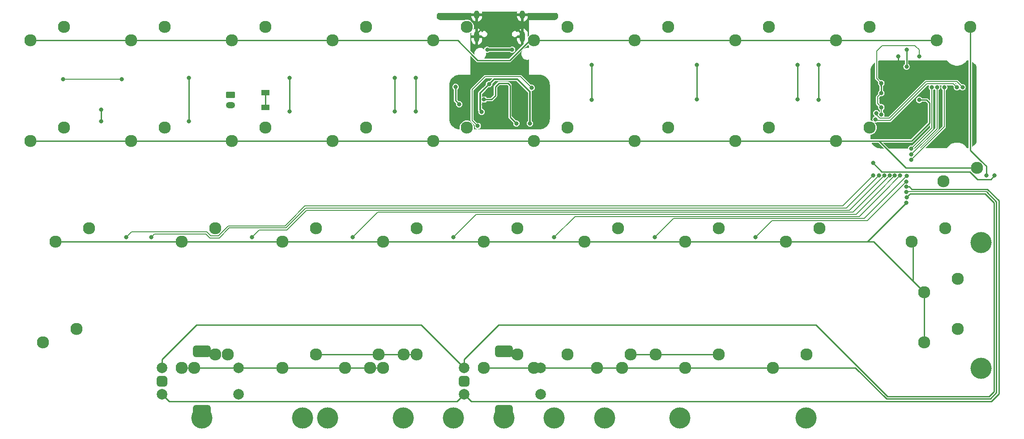
<source format=gbr>
%TF.GenerationSoftware,KiCad,Pcbnew,8.0.8*%
%TF.CreationDate,2025-05-03T23:26:03+02:00*%
%TF.ProjectId,pandemonium BLE e7 cutout,70616e64-656d-46f6-9e69-756d20424c45,rev?*%
%TF.SameCoordinates,Original*%
%TF.FileFunction,Copper,L1,Top*%
%TF.FilePolarity,Positive*%
%FSLAX46Y46*%
G04 Gerber Fmt 4.6, Leading zero omitted, Abs format (unit mm)*
G04 Created by KiCad (PCBNEW 8.0.8) date 2025-05-03 23:26:03*
%MOMM*%
%LPD*%
G01*
G04 APERTURE LIST*
G04 Aperture macros list*
%AMRoundRect*
0 Rectangle with rounded corners*
0 $1 Rounding radius*
0 $2 $3 $4 $5 $6 $7 $8 $9 X,Y pos of 4 corners*
0 Add a 4 corners polygon primitive as box body*
4,1,4,$2,$3,$4,$5,$6,$7,$8,$9,$2,$3,0*
0 Add four circle primitives for the rounded corners*
1,1,$1+$1,$2,$3*
1,1,$1+$1,$4,$5*
1,1,$1+$1,$6,$7*
1,1,$1+$1,$8,$9*
0 Add four rect primitives between the rounded corners*
20,1,$1+$1,$2,$3,$4,$5,0*
20,1,$1+$1,$4,$5,$6,$7,0*
20,1,$1+$1,$6,$7,$8,$9,0*
20,1,$1+$1,$8,$9,$2,$3,0*%
G04 Aperture macros list end*
%TA.AperFunction,ComponentPad*%
%ADD10C,2.300000*%
%TD*%
%TA.AperFunction,ComponentPad*%
%ADD11C,4.000000*%
%TD*%
%TA.AperFunction,ComponentPad*%
%ADD12C,2.000000*%
%TD*%
%TA.AperFunction,ComponentPad*%
%ADD13RoundRect,0.500000X-0.500000X-0.500000X0.500000X-0.500000X0.500000X0.500000X-0.500000X0.500000X0*%
%TD*%
%TA.AperFunction,ComponentPad*%
%ADD14RoundRect,0.550000X-1.150000X-0.550000X1.150000X-0.550000X1.150000X0.550000X-1.150000X0.550000X0*%
%TD*%
%TA.AperFunction,ComponentPad*%
%ADD15RoundRect,0.250000X-0.625000X0.350000X-0.625000X-0.350000X0.625000X-0.350000X0.625000X0.350000X0*%
%TD*%
%TA.AperFunction,ComponentPad*%
%ADD16O,1.750000X1.200000*%
%TD*%
%TA.AperFunction,ComponentPad*%
%ADD17C,0.600000*%
%TD*%
%TA.AperFunction,SMDPad,CuDef*%
%ADD18RoundRect,0.235714X-0.564286X0.314286X-0.564286X-0.314286X0.564286X-0.314286X0.564286X0.314286X0*%
%TD*%
%TA.AperFunction,ComponentPad*%
%ADD19O,1.000000X1.600000*%
%TD*%
%TA.AperFunction,ComponentPad*%
%ADD20O,1.000000X2.100000*%
%TD*%
%TA.AperFunction,ViaPad*%
%ADD21C,0.800000*%
%TD*%
%TA.AperFunction,Conductor*%
%ADD22C,0.250000*%
%TD*%
%TA.AperFunction,Conductor*%
%ADD23C,0.200000*%
%TD*%
%TA.AperFunction,Conductor*%
%ADD24C,0.380000*%
%TD*%
%TA.AperFunction,Conductor*%
%ADD25C,0.381000*%
%TD*%
%TA.AperFunction,Conductor*%
%ADD26C,0.300000*%
%TD*%
%TA.AperFunction,Conductor*%
%ADD27C,0.500000*%
%TD*%
G04 APERTURE END LIST*
D10*
%TO.P,MX42,1,1*%
%TO.N,ROW3*%
X144621250Y-92710000D03*
%TO.P,MX42,2,2*%
%TO.N,Net-(D40-K)*%
X150971250Y-90170000D03*
%TD*%
%TO.P,MX14,1,1*%
%TO.N,ROW3*%
X66040000Y-92710000D03*
%TO.P,MX14,2,2*%
%TO.N,r1*%
X72390000Y-90170000D03*
%TD*%
%TO.P,MX41,1,1*%
%TO.N,ROW2*%
X204152500Y-68897500D03*
%TO.P,MX41,2,2*%
%TO.N,Net-(D37-K)*%
X210502500Y-66357500D03*
%TD*%
%TO.P,MX5,1,1*%
%TO.N,ROW2*%
X42227500Y-68897500D03*
%TO.P,MX5,2,2*%
%TO.N,Net-(D5-K)*%
X48577500Y-66357500D03*
%TD*%
%TO.P,MX12,1,1*%
%TO.N,ROW2*%
X66040000Y-68897500D03*
%TO.P,MX12,2,2*%
%TO.N,Net-(D12-K)*%
X72390000Y-66357500D03*
%TD*%
D11*
%TO.P,S2,*%
%TO.N,*%
X127000000Y-102235000D03*
X88900000Y-102235000D03*
%TD*%
D12*
%TO.P,SW2,A,A*%
%TO.N,ROTARY_A*%
X119500000Y-92750000D03*
%TO.P,SW2,B,B*%
%TO.N,ROTARY_B*%
X119500000Y-97750000D03*
D13*
%TO.P,SW2,C,C*%
%TO.N,GND*%
X119500000Y-95250000D03*
D14*
%TO.P,SW2,MP*%
%TO.N,N/C*%
X127000000Y-89650000D03*
X127000000Y-100850000D03*
D12*
%TO.P,SW2,S1,S1*%
%TO.N,r2*%
X134000000Y-97750000D03*
%TO.P,SW2,S2,S2*%
%TO.N,ROW3*%
X134000000Y-92750000D03*
%TD*%
D10*
%TO.P,MX35,1,1*%
%TO.N,ROW3*%
X85090000Y-92710000D03*
%TO.P,MX35,2,2*%
%TO.N,Net-(D21-K)*%
X91440000Y-90170000D03*
%TD*%
%TO.P,MX43,1,1*%
%TO.N,ROW3*%
X149383750Y-92710000D03*
%TO.P,MX43,2,2*%
%TO.N,Net-(D40-K)*%
X155733750Y-90170000D03*
%TD*%
%TO.P,MX26,1,1*%
%TO.N,ROW2*%
X104140000Y-68897500D03*
%TO.P,MX26,2,2*%
%TO.N,Net-(D34-K)*%
X110490000Y-66357500D03*
%TD*%
%TO.P,MX16,1,1*%
%TO.N,ROW0*%
X170815000Y-30797500D03*
%TO.P,MX16,2,2*%
%TO.N,Net-(D16-K)*%
X177165000Y-28257500D03*
%TD*%
%TO.P,MX31,1,1*%
%TO.N,ROW1*%
X113665000Y-49847500D03*
%TO.P,MX31,2,2*%
%TO.N,Net-(D29-K)*%
X120015000Y-47307500D03*
%TD*%
%TO.P,MX29,1,1*%
%TO.N,ROW0*%
X113665000Y-30797500D03*
%TO.P,MX29,2,2*%
%TO.N,Net-(D23-K)*%
X120015000Y-28257500D03*
%TD*%
%TO.P,MX36,1,1*%
%TO.N,ROW3*%
X68421250Y-92710000D03*
%TO.P,MX36,2,2*%
%TO.N,r1*%
X74771250Y-90170000D03*
%TD*%
%TO.P,MX8,1,1*%
%TO.N,ROW0*%
X56515000Y-30797500D03*
%TO.P,MX8,2,2*%
%TO.N,Net-(D8-K)*%
X62865000Y-28257500D03*
%TD*%
%TO.P,MX37,1,1*%
%TO.N,ROW3*%
X101758750Y-92710000D03*
%TO.P,MX37,2,2*%
%TO.N,Net-(D21-K)*%
X108108750Y-90170000D03*
%TD*%
D11*
%TO.P,S3,*%
%TO.N,*%
X184150000Y-102235000D03*
X146050000Y-102235000D03*
%TD*%
D10*
%TO.P,MX18,1,1*%
%TO.N,ROW1*%
X170815000Y-49847500D03*
%TO.P,MX18,2,2*%
%TO.N,Net-(D18-K)*%
X177165000Y-47307500D03*
%TD*%
%TO.P,MX24,1,1*%
%TO.N,ROW1*%
X94615000Y-49847500D03*
%TO.P,MX24,2,2*%
%TO.N,Net-(D28-K)*%
X100965000Y-47307500D03*
%TD*%
%TO.P,MX44,1,1*%
%TO.N,ROW3*%
X177958750Y-92710000D03*
%TO.P,MX44,2,2*%
%TO.N,Net-(D27-K)*%
X184308750Y-90170000D03*
%TD*%
%TO.P,MX19,1,1*%
%TO.N,ROW2*%
X85090000Y-68897500D03*
%TO.P,MX19,2,2*%
%TO.N,Net-(D19-K)*%
X91440000Y-66357500D03*
%TD*%
%TO.P,MX21,1,1*%
%TO.N,ROW3*%
X104140000Y-92710000D03*
%TO.P,MX21,2,2*%
%TO.N,Net-(D21-K)*%
X110490000Y-90170000D03*
%TD*%
%TO.P,MX15,1,1*%
%TO.N,ROW0*%
X75565000Y-30797500D03*
%TO.P,MX15,2,2*%
%TO.N,Net-(D15-K)*%
X81915000Y-28257500D03*
%TD*%
%TO.P,MX4,1,1*%
%TO.N,ROW1*%
X132715000Y-49847500D03*
%TO.P,MX4,2,2*%
%TO.N,Net-(D4-K)*%
X139065000Y-47307500D03*
%TD*%
D11*
%TO.P,S5,*%
%TO.N,*%
X217328750Y-69056250D03*
X217328750Y-92868750D03*
%TD*%
D10*
%TO.P,MX2,1,1*%
%TO.N,ROW0*%
X132715000Y-30797500D03*
%TO.P,MX2,2,2*%
%TO.N,Net-(D2-K)*%
X139065000Y-28257500D03*
%TD*%
%TO.P,MX11,1,1*%
%TO.N,ROW1*%
X151765000Y-49847500D03*
%TO.P,MX11,2,2*%
%TO.N,Net-(D11-K)*%
X158115000Y-47307500D03*
%TD*%
%TO.P,MX9,1,1*%
%TO.N,ROW0*%
X151765000Y-30797500D03*
%TO.P,MX9,2,2*%
%TO.N,Net-(D9-K)*%
X158115000Y-28257500D03*
%TD*%
%TO.P,MX38,1,1*%
%TO.N,ROW3*%
X96996250Y-92710000D03*
%TO.P,MX38,2,2*%
%TO.N,Net-(D21-K)*%
X103346250Y-90170000D03*
%TD*%
%TO.P,MX40,1,1*%
%TO.N,ROW2*%
X206533750Y-87947500D03*
%TO.P,MX40,2,2*%
%TO.N,Net-(D30-K)*%
X212883750Y-85407500D03*
%TD*%
D11*
%TO.P,S8,*%
%TO.N,*%
X184150000Y-102235000D03*
X88900000Y-102235000D03*
%TD*%
D12*
%TO.P,SW1,A,A*%
%TO.N,ROTARY_A*%
X62350000Y-92750000D03*
%TO.P,SW1,B,B*%
%TO.N,ROTARY_B*%
X62350000Y-97750000D03*
D13*
%TO.P,SW1,C,C*%
%TO.N,GND*%
X62350000Y-95250000D03*
D14*
%TO.P,SW1,MP*%
%TO.N,N/C*%
X69850000Y-89650000D03*
X69850000Y-100850000D03*
D12*
%TO.P,SW1,S1,S1*%
%TO.N,r1*%
X76850000Y-97750000D03*
%TO.P,SW1,S2,S2*%
%TO.N,ROW3*%
X76850000Y-92750000D03*
%TD*%
D10*
%TO.P,MX20,1,1*%
%TO.N,ROW2*%
X180340000Y-68897500D03*
%TO.P,MX20,2,2*%
%TO.N,Net-(D20-K)*%
X186690000Y-66357500D03*
%TD*%
%TO.P,MX3,1,1*%
%TO.N,ROW1*%
X37465000Y-49847500D03*
%TO.P,MX3,2,2*%
%TO.N,Net-(D3-K)*%
X43815000Y-47307500D03*
%TD*%
%TO.P,MX30,1,1*%
%TO.N,ROW0*%
X208915000Y-30797500D03*
%TO.P,MX30,2,2*%
%TO.N,Net-(D26-K)*%
X215265000Y-28257500D03*
%TD*%
%TO.P,MX39,1,1*%
%TO.N,ROW3*%
X123190000Y-92710000D03*
%TO.P,MX39,2,2*%
%TO.N,r2*%
X129540000Y-90170000D03*
%TD*%
D11*
%TO.P,S6,*%
%TO.N,*%
X117475000Y-102235000D03*
X93662500Y-102235000D03*
%TD*%
D10*
%TO.P,MX6,1,1*%
%TO.N,ROW2*%
X142240000Y-68897500D03*
%TO.P,MX6,2,2*%
%TO.N,Net-(D6-K)*%
X148590000Y-66357500D03*
%TD*%
D11*
%TO.P,S4,*%
%TO.N,*%
X107950000Y-102235000D03*
X69850000Y-102235000D03*
%TD*%
D10*
%TO.P,MX10,1,1*%
%TO.N,ROW1*%
X56515000Y-49847500D03*
%TO.P,MX10,2,2*%
%TO.N,Net-(D10-K)*%
X62865000Y-47307500D03*
%TD*%
%TO.P,MX17,1,1*%
%TO.N,ROW1*%
X75565000Y-49847500D03*
%TO.P,MX17,2,2*%
%TO.N,Net-(D17-K)*%
X81915000Y-47307500D03*
%TD*%
%TO.P,MX27,1,1*%
%TO.N,ROW2*%
X206533750Y-78422500D03*
%TO.P,MX27,2,2*%
%TO.N,Net-(D37-K)*%
X212883750Y-75882500D03*
%TD*%
D11*
%TO.P,S9,*%
%TO.N,*%
X184150000Y-102235000D03*
X69850000Y-102235000D03*
%TD*%
D10*
%TO.P,MX23,1,1*%
%TO.N,ROW0*%
X189865000Y-30797500D03*
%TO.P,MX23,2,2*%
%TO.N,Net-(D25-K)*%
X196215000Y-28257500D03*
%TD*%
%TO.P,MX1,1,1*%
%TO.N,ROW0*%
X37465000Y-30797500D03*
%TO.P,MX1,2,2*%
%TO.N,Net-(D1-K)*%
X43815000Y-28257500D03*
%TD*%
%TO.P,MX22,1,1*%
%TO.N,ROW0*%
X94615000Y-30797500D03*
%TO.P,MX22,2,2*%
%TO.N,Net-(D22-K)*%
X100965000Y-28257500D03*
%TD*%
%TO.P,MX25,1,1*%
%TO.N,ROW1*%
X189865000Y-49847500D03*
%TO.P,MX25,2,2*%
%TO.N,Net-(D31-K)*%
X196215000Y-47307500D03*
%TD*%
D11*
%TO.P,S7,*%
%TO.N,*%
X160337500Y-102235000D03*
X136525000Y-102235000D03*
%TD*%
D10*
%TO.P,MX28,1,1*%
%TO.N,ROW3*%
X161290000Y-92710000D03*
%TO.P,MX28,2,2*%
%TO.N,Net-(D40-K)*%
X167640000Y-90170000D03*
%TD*%
%TO.P,MX32,1,1*%
%TO.N,ROW1*%
X216535000Y-54927500D03*
%TO.P,MX32,2,2*%
%TO.N,Net-(D32-K)*%
X210185000Y-57467500D03*
%TD*%
%TO.P,MX7,1,1*%
%TO.N,ROW3*%
X39846250Y-87947500D03*
%TO.P,MX7,2,2*%
%TO.N,Net-(D7-K)*%
X46196250Y-85407500D03*
%TD*%
%TO.P,MX33,1,1*%
%TO.N,ROW2*%
X123190000Y-68897500D03*
%TO.P,MX33,2,2*%
%TO.N,Net-(D35-K)*%
X129540000Y-66357500D03*
%TD*%
%TO.P,MX34,1,1*%
%TO.N,ROW3*%
X132715000Y-92710000D03*
%TO.P,MX34,2,2*%
%TO.N,r2*%
X139065000Y-90170000D03*
%TD*%
%TO.P,MX13,1,1*%
%TO.N,ROW2*%
X161290000Y-68897500D03*
%TO.P,MX13,2,2*%
%TO.N,Net-(D13-K)*%
X167640000Y-66357500D03*
%TD*%
D15*
%TO.P,J4,1,Pin_1*%
%TO.N,+BATT*%
X75337500Y-41068750D03*
D16*
%TO.P,J4,2,Pin_2*%
%TO.N,GND*%
X75337500Y-43068750D03*
%TD*%
D17*
%TO.P,J3,MP,MountPin*%
%TO.N,GND*%
X81418750Y-40418750D03*
D18*
X81918750Y-40668750D03*
D17*
X82418750Y-40918750D03*
X81918750Y-40918750D03*
X81418750Y-40918750D03*
X82418750Y-43218750D03*
X81918750Y-43218750D03*
X81418750Y-43218750D03*
D18*
X81918750Y-43468750D03*
D17*
X81418750Y-43718750D03*
%TD*%
D19*
%TO.P,J2,S1,SHIELD*%
%TO.N,GND*%
X121886250Y-25937500D03*
D20*
X121886250Y-30117500D03*
D19*
X130526250Y-25937500D03*
D20*
X130526250Y-30117500D03*
%TD*%
D21*
%TO.N,Net-(D1-K)*%
X50800000Y-46118750D03*
X50800000Y-43918750D03*
%TO.N,Net-(D2-K)*%
X143668750Y-42068750D03*
X143668750Y-35432202D03*
%TO.N,ROW2*%
X203193935Y-61493312D03*
%TO.N,Net-(D8-K)*%
X67468750Y-46118750D03*
X67468750Y-37918750D03*
%TO.N,Net-(D9-K)*%
X163512500Y-35432202D03*
X163512500Y-41990153D03*
%TO.N,Net-(D15-K)*%
X86518750Y-44217053D03*
X86518750Y-37918750D03*
%TO.N,Net-(D16-K)*%
X182562500Y-35432202D03*
X182562500Y-41990153D03*
%TO.N,Net-(D22-K)*%
X106362500Y-44217053D03*
X106362500Y-37918750D03*
%TO.N,Net-(D23-K)*%
X110331250Y-44217053D03*
X110331250Y-37918750D03*
%TO.N,Net-(D25-K)*%
X186531250Y-42068750D03*
X186531250Y-35432202D03*
%TO.N,Net-(D26-K)*%
X218281250Y-56356250D03*
%TO.N,COL0*%
X55562500Y-68062500D03*
X196896248Y-56356250D03*
%TO.N,COL2*%
X198988016Y-56356250D03*
X79375000Y-68062500D03*
%TO.N,COL4*%
X117475000Y-68062500D03*
X208962503Y-39687500D03*
X200987522Y-56356250D03*
X204087500Y-52379417D03*
%TO.N,COL1*%
X60325000Y-68062500D03*
X197988013Y-56356250D03*
%TO.N,COL3*%
X207962500Y-39687500D03*
X204087500Y-51248369D03*
X98425000Y-68062500D03*
X199988019Y-56356250D03*
%TO.N,ROTARY_A*%
X203200711Y-60493832D03*
%TO.N,ROTARY_B*%
X203193935Y-58494851D03*
%TO.N,GND*%
X124728475Y-45243750D03*
X213518750Y-42862500D03*
X114868897Y-26193750D03*
X130955481Y-46497500D03*
X134333712Y-39737228D03*
X117795858Y-44357500D03*
X201612500Y-33862500D03*
X126206250Y-25937500D03*
X199373894Y-40427787D03*
X133814767Y-44650475D03*
X199027165Y-48125693D03*
X136525000Y-26193750D03*
X211931250Y-47531250D03*
X205581250Y-38893750D03*
X198437500Y-41778750D03*
X127173982Y-39781046D03*
X206791936Y-45181446D03*
X201147698Y-47932353D03*
X134962500Y-43087500D03*
X213518750Y-45243750D03*
X123265975Y-42987500D03*
X206771999Y-42880443D03*
X133313006Y-39778468D03*
X127791140Y-46497500D03*
X219868750Y-56356250D03*
X126215137Y-39796511D03*
X201612500Y-36366037D03*
X126231250Y-42987500D03*
X196850000Y-53975000D03*
X125220232Y-36176155D03*
X128703278Y-35040778D03*
X130575000Y-41875000D03*
%TO.N,ROW1*%
X205581250Y-42068750D03*
%TO.N,ROW3*%
X203193912Y-59494353D03*
%TO.N,COL5*%
X210343750Y-39687500D03*
X204087500Y-53379369D03*
X136525000Y-68062500D03*
X201987025Y-56356250D03*
%TO.N,COL6*%
X203200000Y-56421071D03*
X155575000Y-68062500D03*
%TO.N,COL7*%
X203189072Y-57495361D03*
X174625000Y-68062500D03*
%TO.N,VBUS*%
X123870500Y-32543750D03*
X128587500Y-32543750D03*
%TO.N,VDD*%
X43656250Y-38100000D03*
X54768750Y-38100000D03*
X198437500Y-40778747D03*
X198437500Y-38893750D03*
X205581250Y-33862500D03*
X198437500Y-43442106D03*
X198437500Y-44842106D03*
%TO.N,+5V*%
X122828496Y-44319026D03*
X124213618Y-39064734D03*
X131955484Y-46497500D03*
%TO.N,RST*%
X203200000Y-35762500D03*
X203200000Y-32543750D03*
%TO.N,SYSOFF*%
X123265975Y-41987497D03*
X129381250Y-46497500D03*
X117886054Y-39597303D03*
X118593156Y-42867235D03*
%TO.N,LED_B*%
X197476417Y-44565837D03*
X213781256Y-39687500D03*
%TO.N,LED_G*%
X197349710Y-45734217D03*
X212725000Y-39687500D03*
%TO.N,~{CHG}*%
X122081496Y-46987254D03*
X132271073Y-39758179D03*
%TD*%
D22*
%TO.N,ROW0*%
X75565000Y-30797500D02*
X94615000Y-30797500D01*
X132715000Y-30797500D02*
X208915000Y-30797500D01*
X131921250Y-30797500D02*
X132715000Y-30797500D01*
X37465000Y-30797500D02*
X75565000Y-30797500D01*
X118285131Y-30797500D02*
X121305000Y-33817369D01*
X128131250Y-34587500D02*
X131921250Y-30797500D01*
X113665000Y-30797500D02*
X118285131Y-30797500D01*
X122037233Y-34587500D02*
X128131250Y-34587500D01*
X121305000Y-33855267D02*
X122037233Y-34587500D01*
X93662500Y-30797500D02*
X113665000Y-30797500D01*
X121305000Y-33817369D02*
X121305000Y-33855267D01*
%TO.N,Net-(D1-K)*%
X50800000Y-46118750D02*
X50800000Y-43918750D01*
%TO.N,Net-(D2-K)*%
X143668750Y-42068750D02*
X143668750Y-35432202D01*
%TO.N,ROW2*%
X195789746Y-68897500D02*
X203193935Y-61493312D01*
X180340000Y-68897500D02*
X195262500Y-68897500D01*
X206533750Y-78422500D02*
X206533750Y-87947500D01*
X204457650Y-76346400D02*
X204457650Y-68897500D01*
D23*
X180340000Y-68897500D02*
X190500000Y-68897500D01*
X190500000Y-68897500D02*
X193833750Y-68897500D01*
D22*
X195789746Y-68897500D02*
X195262500Y-68897500D01*
X195262500Y-68897500D02*
X197008750Y-68897500D01*
X206533750Y-78422500D02*
X204457650Y-76346400D01*
X42227500Y-68897500D02*
X180340000Y-68897500D01*
X197008750Y-68897500D02*
X206533750Y-78422500D01*
%TO.N,Net-(D8-K)*%
X67468750Y-46118750D02*
X67468750Y-37918750D01*
%TO.N,Net-(D9-K)*%
X163512500Y-41990153D02*
X163512500Y-35432202D01*
%TO.N,Net-(D15-K)*%
X86518750Y-44217053D02*
X86518750Y-40481250D01*
X86518750Y-40481250D02*
X86518750Y-37918750D01*
%TO.N,Net-(D16-K)*%
X182562500Y-41990153D02*
X182562500Y-35432202D01*
%TO.N,Net-(D21-K)*%
X91440000Y-90170000D02*
X110490000Y-90170000D01*
%TO.N,Net-(D22-K)*%
X106362500Y-40481250D02*
X106362500Y-37918750D01*
X106362500Y-40481250D02*
X106362500Y-44217053D01*
%TO.N,Net-(D23-K)*%
X110331250Y-44217053D02*
X110331250Y-40481250D01*
X110331250Y-40481250D02*
X110331250Y-37918750D01*
%TO.N,Net-(D25-K)*%
X186531250Y-42068750D02*
X186531250Y-35432202D01*
%TO.N,Net-(D26-K)*%
X217287234Y-53637500D02*
X217330966Y-53637500D01*
X217330966Y-53637500D02*
X218281250Y-54587784D01*
X215265000Y-51593750D02*
X215265000Y-28257500D01*
X215265000Y-51615266D02*
X217287234Y-53637500D01*
X217287233Y-53637500D02*
X215265000Y-51615267D01*
X215265000Y-51615267D02*
X215265000Y-51593750D01*
X215265000Y-51593750D02*
X215265000Y-51615266D01*
X218281250Y-54587784D02*
X218281250Y-56356250D01*
D23*
%TO.N,COL0*%
X86467622Y-65036372D02*
X86467622Y-65036373D01*
X56577500Y-67047500D02*
X55562500Y-68062500D01*
X89396494Y-62107500D02*
X86467622Y-65036372D01*
X71610610Y-67807500D02*
X70850610Y-67047500D01*
X86467622Y-65036373D02*
X85628994Y-65875000D01*
X196896248Y-56356250D02*
X191144998Y-62107500D01*
X191144998Y-62107500D02*
X89396494Y-62107500D01*
X85628994Y-65875000D02*
X74923110Y-65875000D01*
X72990610Y-67807500D02*
X71610610Y-67807500D01*
X74923110Y-65875000D02*
X72990610Y-67807500D01*
X70850610Y-67047500D02*
X56577500Y-67047500D01*
%TO.N,COL2*%
X80762500Y-66675000D02*
X79375000Y-68062500D01*
X89727866Y-62907500D02*
X85960366Y-66675000D01*
X198988016Y-56356250D02*
X192436766Y-62907500D01*
X192436766Y-62907500D02*
X89727866Y-62907500D01*
X85960366Y-66675000D02*
X80762500Y-66675000D01*
%TO.N,COL4*%
X121830000Y-63707500D02*
X117475000Y-68062500D01*
X208962503Y-39687500D02*
X208962503Y-47504414D01*
X208962503Y-47504414D02*
X204087500Y-52379417D01*
X197812521Y-59531250D02*
X193636271Y-63707500D01*
X193636271Y-63707500D02*
X121830000Y-63707500D01*
X200987522Y-56356250D02*
X197812521Y-59531250D01*
%TO.N,COL1*%
X60940000Y-67447500D02*
X70684924Y-67447500D01*
X71444924Y-68207500D02*
X73156296Y-68207500D01*
X70684924Y-67447500D02*
X71444924Y-68207500D01*
X191836764Y-62507500D02*
X196625257Y-57719007D01*
X73156296Y-68207500D02*
X75088796Y-66275000D01*
X85794680Y-66275000D02*
X89562180Y-62507500D01*
X196625257Y-57719007D02*
X197988013Y-56356250D01*
X89562180Y-62507500D02*
X191836764Y-62507500D01*
X60325000Y-68062500D02*
X60940000Y-67447500D01*
X75088796Y-66275000D02*
X85794680Y-66275000D01*
%TO.N,COL3*%
X204264810Y-51071060D02*
X207962500Y-47373369D01*
X103180000Y-63307500D02*
X98425000Y-68062500D01*
X193036768Y-63307500D02*
X103180000Y-63307500D01*
X199988019Y-56356250D02*
X197625259Y-58719009D01*
X207962500Y-47373369D02*
X207962500Y-39687500D01*
X204264809Y-51071060D02*
X204087500Y-51248369D01*
X204264810Y-51071060D02*
X204264809Y-51071060D01*
X204087500Y-51248369D02*
X204264810Y-51071060D01*
X197625259Y-58719009D02*
X193036768Y-63307500D01*
D22*
%TO.N,ROTARY_A*%
X218063458Y-59792500D02*
X203921070Y-59792500D01*
X186068746Y-84626100D02*
X199617646Y-98175000D01*
X62350000Y-92750000D02*
X62350000Y-91144869D01*
X219762500Y-97258458D02*
X219762500Y-61491542D01*
X126018769Y-84626100D02*
X186068746Y-84626100D01*
X68868769Y-84626100D02*
X111376100Y-84626100D01*
X203596105Y-60098438D02*
X203200711Y-60493832D01*
X119500000Y-92750000D02*
X119500000Y-91144869D01*
X199617646Y-98175000D02*
X218845958Y-98175000D01*
X218845958Y-98175000D02*
X219762500Y-97258458D01*
X219762500Y-61491542D02*
X218063458Y-59792500D01*
X203921070Y-59792500D02*
X203605618Y-60107952D01*
X111376100Y-84626100D02*
X119500000Y-92750000D01*
X62350000Y-91144869D02*
X68868769Y-84626100D01*
X119500000Y-91144869D02*
X126018769Y-84626100D01*
%TO.N,ROTARY_B*%
X119500000Y-97750000D02*
X120825000Y-99075000D01*
X218486250Y-58942500D02*
X204198750Y-58942500D01*
X220662500Y-61118750D02*
X218486250Y-58942500D01*
X204198750Y-58942500D02*
X203751101Y-58494851D01*
X120825000Y-99075000D02*
X219218750Y-99075000D01*
X62350000Y-97750000D02*
X63675000Y-99075000D01*
X220662500Y-97631250D02*
X220662500Y-61118750D01*
X203751101Y-58494851D02*
X203193935Y-58494851D01*
X219218750Y-99075000D02*
X220662500Y-97631250D01*
X63675000Y-99075000D02*
X118175000Y-99075000D01*
X118175000Y-99075000D02*
X119500000Y-97750000D01*
D24*
%TO.N,GND*%
X126772225Y-47287500D02*
X124728475Y-45243750D01*
D25*
X130526250Y-30117500D02*
X130526250Y-29567500D01*
D22*
X126231250Y-39812624D02*
X126215137Y-39796511D01*
D23*
X130575000Y-41875000D02*
X130575000Y-46117019D01*
X201612500Y-38189181D02*
X201612500Y-36512500D01*
D22*
X198506250Y-55631250D02*
X215152784Y-55631250D01*
D24*
X128703278Y-35040778D02*
X130175000Y-36512500D01*
X120253125Y-38496875D02*
X119856250Y-38893750D01*
D23*
X199373894Y-40842356D02*
X199373894Y-40427787D01*
D24*
X133814767Y-45755446D02*
X132282713Y-47287500D01*
D22*
X81418750Y-40418750D02*
X81418750Y-40918750D01*
D24*
X130175000Y-36512500D02*
X133313006Y-39650506D01*
D22*
X124728475Y-45243750D02*
X124728475Y-44490275D01*
X199220505Y-47932353D02*
X199027165Y-48125693D01*
D24*
X125220232Y-36176155D02*
X122573845Y-36176155D01*
D22*
X201612500Y-38100000D02*
X201612500Y-36366037D01*
X124728475Y-44490275D02*
X126231250Y-42987500D01*
D24*
X119856250Y-42862500D02*
X118361250Y-44357500D01*
D23*
X199373894Y-40427787D02*
X201612500Y-38189181D01*
D24*
X133313006Y-44148714D02*
X133814767Y-44650475D01*
D22*
X211931250Y-46831250D02*
X211931250Y-47531250D01*
D23*
X130575000Y-46117019D02*
X130955481Y-46497500D01*
D24*
X133814767Y-44235233D02*
X134962500Y-43087500D01*
D22*
X124728475Y-44450000D02*
X123265975Y-42987500D01*
X215152784Y-55631250D02*
X216602784Y-57081250D01*
D24*
X127567901Y-36176155D02*
X128703278Y-35040778D01*
X118361250Y-44357500D02*
X117795858Y-44357500D01*
D22*
X201612500Y-36366037D02*
X201612500Y-33862500D01*
X196850000Y-53975000D02*
X198506250Y-55631250D01*
X214506256Y-41874994D02*
X213518750Y-42862500D01*
X81418750Y-43218750D02*
X82418750Y-43218750D01*
X213290000Y-38162500D02*
X214506256Y-39378756D01*
X213518750Y-45243750D02*
X211931250Y-46831250D01*
D26*
X121886250Y-30117500D02*
X121886250Y-29567500D01*
D24*
X122573845Y-36176155D02*
X120253125Y-38496875D01*
X132282713Y-47287500D02*
X126772225Y-47287500D01*
X133313006Y-39778468D02*
X133313006Y-44148714D01*
D22*
X202406250Y-38893750D02*
X201612500Y-38100000D01*
X201147698Y-47932353D02*
X204041029Y-47932353D01*
D26*
X121886250Y-29567500D02*
X122976850Y-28476900D01*
D23*
X198437500Y-41778750D02*
X199373894Y-40842356D01*
D22*
X216602784Y-57081250D02*
X219143750Y-57081250D01*
D24*
X129838655Y-36176155D02*
X130175000Y-36512500D01*
D25*
X130526250Y-29567500D02*
X129533750Y-28575000D01*
D24*
X134962500Y-43087500D02*
X134962500Y-40366016D01*
D22*
X127158517Y-39796511D02*
X127173982Y-39781046D01*
D24*
X133814767Y-44650475D02*
X133814767Y-44235233D01*
X134962500Y-40366016D02*
X134333712Y-39737228D01*
X133814767Y-44650475D02*
X133814767Y-45755446D01*
X127000000Y-36176155D02*
X127567901Y-36176155D01*
X125220232Y-36176155D02*
X127000000Y-36176155D01*
X119856250Y-38893750D02*
X119856250Y-42862500D01*
D22*
X124728475Y-45243750D02*
X124728475Y-44450000D01*
X81418750Y-43718750D02*
X81418750Y-43218750D01*
X81918750Y-43468750D02*
X81918750Y-40668750D01*
X126215137Y-39796511D02*
X127158517Y-39796511D01*
X201612500Y-36366037D02*
X201733963Y-36487500D01*
X205581250Y-38893750D02*
X206312500Y-38162500D01*
D26*
X122976850Y-28476900D02*
X125314400Y-28476900D01*
D22*
X206312500Y-38162500D02*
X213290000Y-38162500D01*
X219143750Y-57081250D02*
X219868750Y-56356250D01*
X201147698Y-47932353D02*
X199220505Y-47932353D01*
X81418750Y-40918750D02*
X82418750Y-40918750D01*
D25*
X129533750Y-28575000D02*
X127793750Y-28575000D01*
D22*
X204041029Y-47932353D02*
X206791936Y-45181446D01*
X205581250Y-38893750D02*
X202406250Y-38893750D01*
X214506256Y-39378756D02*
X214506256Y-41874994D01*
D24*
X127000000Y-36176155D02*
X129838655Y-36176155D01*
X133313006Y-39650506D02*
X133313006Y-39778468D01*
D22*
X126231250Y-42987500D02*
X126231250Y-39812624D01*
%TO.N,Net-(D40-K)*%
X150971250Y-90170000D02*
X167640000Y-90170000D01*
%TO.N,ROW1*%
X189865000Y-49847500D02*
X37465000Y-49847500D01*
X196850000Y-49847500D02*
X189865000Y-49847500D01*
X204152500Y-49847500D02*
X207537500Y-46462500D01*
X206985611Y-42068750D02*
X205581250Y-42068750D01*
X197982767Y-49847500D02*
X196850000Y-49847500D01*
X196850000Y-49847500D02*
X204152500Y-49847500D01*
X207537500Y-42620639D02*
X206985611Y-42068750D01*
X197982767Y-49847500D02*
X203062768Y-54927500D01*
X207537500Y-46462500D02*
X207537500Y-42620639D01*
X216535000Y-54927500D02*
X203062768Y-54927500D01*
%TO.N,ROW3*%
X177958750Y-92710000D02*
X193516250Y-92710000D01*
X193516250Y-92710000D02*
X199431250Y-98625000D01*
X219032354Y-98625000D02*
X220212500Y-97444854D01*
X218438604Y-59531250D02*
X218405140Y-59497786D01*
X66040000Y-92710000D02*
X104140000Y-92710000D01*
X199431250Y-98625000D02*
X219032354Y-98625000D01*
X220212500Y-61305146D02*
X218438604Y-59531250D01*
D23*
X218274854Y-59367500D02*
X218438604Y-59531250D01*
D22*
X123190000Y-92710000D02*
X177958750Y-92710000D01*
D23*
X203320765Y-59367500D02*
X218274854Y-59367500D01*
X203193912Y-59494353D02*
X203320765Y-59367500D01*
D22*
X220212500Y-97444854D02*
X220212500Y-61305146D01*
D23*
%TO.N,COL5*%
X194235776Y-64107500D02*
X140480000Y-64107500D01*
X210343750Y-47123119D02*
X204087500Y-53379369D01*
X198624763Y-59718513D02*
X194235776Y-64107500D01*
X140480000Y-64107500D02*
X136525000Y-68062500D01*
X201987025Y-56356250D02*
X198624763Y-59718513D01*
X210343750Y-39687500D02*
X210343750Y-47123119D01*
%TO.N,COL6*%
X159130000Y-64507500D02*
X155575000Y-68062500D01*
X195187690Y-64507500D02*
X159130000Y-64507500D01*
X203200000Y-56421071D02*
X203193935Y-56427136D01*
X203193935Y-56427136D02*
X203193935Y-56501255D01*
X203193935Y-56501255D02*
X195187690Y-64507500D01*
%TO.N,COL7*%
X203189072Y-57495361D02*
X203189072Y-57505479D01*
X195787050Y-64907500D02*
X177780000Y-64907500D01*
X177780000Y-64907500D02*
X174625000Y-68062500D01*
X200594150Y-60100400D02*
X195787050Y-64907500D01*
X203189072Y-57505479D02*
X200594150Y-60100400D01*
D27*
%TO.N,VBUS*%
X123870500Y-32543750D02*
X128587500Y-32543750D01*
D23*
%TO.N,VDD*%
X204787500Y-31750000D02*
X205581250Y-32543750D01*
X198437500Y-38893750D02*
X197530000Y-37986250D01*
X197530000Y-37986250D02*
X197530000Y-32830088D01*
X197737500Y-42742106D02*
X197737500Y-41478747D01*
X197530000Y-32830088D02*
X198610088Y-31750000D01*
D22*
X198437500Y-39378747D02*
X198437500Y-40778747D01*
D23*
X54768750Y-38100000D02*
X43656250Y-38100000D01*
D26*
X198437500Y-38893750D02*
X198437500Y-39378747D01*
D23*
X198437500Y-43442106D02*
X197737500Y-42742106D01*
X205581250Y-32543750D02*
X205581250Y-33862500D01*
X198610088Y-31750000D02*
X204787500Y-31750000D01*
X197737500Y-41478747D02*
X198437500Y-40778747D01*
X198437500Y-44842106D02*
X198437500Y-43442106D01*
D26*
%TO.N,+5V*%
X124213618Y-39064734D02*
X123311051Y-39967301D01*
X122515975Y-44006505D02*
X122828496Y-44319026D01*
X131955484Y-46497500D02*
X131955484Y-40503251D01*
X131955484Y-40503251D02*
X129552233Y-38100000D01*
X122515975Y-40762377D02*
X122515975Y-44006505D01*
X129552233Y-38100000D02*
X125178352Y-38100000D01*
X123311051Y-39967301D02*
X122515975Y-40762377D01*
X125178352Y-38100000D02*
X124213618Y-39064734D01*
D22*
%TO.N,RST*%
X203200000Y-32543750D02*
X203200000Y-35762500D01*
%TO.N,SYSOFF*%
X117886054Y-39597303D02*
X117886054Y-42160133D01*
X124700003Y-41987497D02*
X123265975Y-41987497D01*
X128190625Y-45306875D02*
X128190625Y-39290625D01*
X117886054Y-42160133D02*
X118593156Y-42867235D01*
X125412500Y-39573843D02*
X125412500Y-41275000D01*
X128190625Y-39290625D02*
X127793750Y-38893750D01*
X125412500Y-41275000D02*
X124700003Y-41987497D01*
X127793750Y-38893750D02*
X126092593Y-38893750D01*
X129381250Y-46497500D02*
X128190625Y-45306875D01*
X126092593Y-38893750D02*
X125412500Y-39573843D01*
D23*
%TO.N,LED_B*%
X197476417Y-44870973D02*
X198147550Y-45542106D01*
X199954708Y-45542106D02*
X206909314Y-38587500D01*
X206909314Y-38587500D02*
X212681256Y-38587500D01*
X213781256Y-39687500D02*
X212681256Y-38587500D01*
X197476417Y-44870973D02*
X197476417Y-44565837D01*
X199954708Y-45542106D02*
X198147550Y-45542106D01*
%TO.N,LED_G*%
X212725000Y-39687500D02*
X212025000Y-38987500D01*
X197557599Y-45942106D02*
X200120394Y-45942106D01*
X197557599Y-45942106D02*
X197349710Y-45734217D01*
X200120394Y-45942106D02*
X207075000Y-38987500D01*
X212025000Y-38987500D02*
X207075000Y-38987500D01*
%TO.N,~{CHG}*%
X123481250Y-37650000D02*
X130162894Y-37650000D01*
X122081496Y-46987254D02*
X121013888Y-45919646D01*
X130162894Y-37650000D02*
X132271073Y-39758179D01*
X121013888Y-45919646D02*
X121013888Y-40117362D01*
X121013888Y-40117362D02*
X123481250Y-37650000D01*
%TD*%
%TA.AperFunction,Conductor*%
%TO.N,GND*%
G36*
X130530612Y-32664727D02*
G01*
X130533980Y-32672859D01*
X130531784Y-32679618D01*
X130482389Y-32747605D01*
X130401956Y-32905461D01*
X130347213Y-33073947D01*
X130319500Y-33248918D01*
X130319500Y-33426081D01*
X130347213Y-33601052D01*
X130401956Y-33769538D01*
X130401957Y-33769541D01*
X130401958Y-33769542D01*
X130482386Y-33927390D01*
X130586517Y-34070714D01*
X130711786Y-34195983D01*
X130855110Y-34300114D01*
X131012958Y-34380542D01*
X131181445Y-34435286D01*
X131268933Y-34449143D01*
X131356419Y-34463000D01*
X131356421Y-34463000D01*
X131533581Y-34463000D01*
X131603569Y-34451914D01*
X131708555Y-34435286D01*
X131747447Y-34422649D01*
X131756221Y-34423339D01*
X131761937Y-34430032D01*
X131762500Y-34433586D01*
X131762500Y-37306250D01*
X120650000Y-37306250D01*
X120650000Y-33650459D01*
X120653368Y-33642327D01*
X120661500Y-33638959D01*
X120669632Y-33642327D01*
X120997113Y-33969808D01*
X121000089Y-33974963D01*
X121001681Y-33980905D01*
X121001682Y-33980906D01*
X121044535Y-34055129D01*
X121776766Y-34787359D01*
X121776768Y-34787362D01*
X121837371Y-34847965D01*
X121874483Y-34869391D01*
X121911594Y-34890818D01*
X121994380Y-34913000D01*
X128174103Y-34913000D01*
X128256889Y-34890818D01*
X128331112Y-34847965D01*
X130514350Y-32664726D01*
X130522480Y-32661359D01*
X130530612Y-32664727D01*
G37*
%TD.AperFunction*%
%TA.AperFunction,Conductor*%
G36*
X129556622Y-25360118D02*
G01*
X129559990Y-25368250D01*
X129559769Y-25370493D01*
X129526250Y-25539009D01*
X129526250Y-25687499D01*
X129526251Y-25687500D01*
X130226250Y-25687500D01*
X130226250Y-26187500D01*
X129526251Y-26187500D01*
X129526250Y-26187501D01*
X129526250Y-26335990D01*
X129564677Y-26529183D01*
X129564678Y-26529188D01*
X129640062Y-26711180D01*
X129749496Y-26874959D01*
X129888790Y-27014253D01*
X130052569Y-27123687D01*
X130234561Y-27199071D01*
X130234566Y-27199072D01*
X130276249Y-27207363D01*
X130276250Y-27207362D01*
X130276250Y-26404488D01*
X130286190Y-26421705D01*
X130342045Y-26477560D01*
X130410454Y-26517056D01*
X130486754Y-26537500D01*
X130565746Y-26537500D01*
X130642046Y-26517056D01*
X130710455Y-26477560D01*
X130766310Y-26421705D01*
X130776250Y-26404488D01*
X130776250Y-27207363D01*
X130817933Y-27199072D01*
X130817938Y-27199071D01*
X130999930Y-27123687D01*
X131163709Y-27014253D01*
X131303003Y-26874959D01*
X131412437Y-26711180D01*
X131487821Y-26529188D01*
X131487822Y-26529183D01*
X131526250Y-26335990D01*
X131526250Y-26187501D01*
X131526249Y-26187500D01*
X130826250Y-26187500D01*
X130826250Y-25687500D01*
X131526249Y-25687500D01*
X131526250Y-25687499D01*
X131526250Y-25661997D01*
X131529618Y-25653865D01*
X131537746Y-25650498D01*
X137092455Y-25650493D01*
X137100585Y-25653861D01*
X137144665Y-25697941D01*
X137146270Y-25699955D01*
X137239452Y-25848255D01*
X137240570Y-25850575D01*
X137298420Y-26015900D01*
X137298993Y-26018410D01*
X137318604Y-26192462D01*
X137318604Y-26195038D01*
X137298993Y-26369089D01*
X137298420Y-26371599D01*
X137240570Y-26536924D01*
X137239452Y-26539244D01*
X137146270Y-26687544D01*
X137144665Y-26689558D01*
X137020808Y-26813415D01*
X137018794Y-26815020D01*
X136870494Y-26908202D01*
X136868174Y-26909320D01*
X136702849Y-26967170D01*
X136700339Y-26967743D01*
X136525639Y-26987428D01*
X136524351Y-26987500D01*
X131762500Y-26987500D01*
X131762500Y-28987508D01*
X131762500Y-29835340D01*
X131759132Y-29843472D01*
X131676508Y-29926095D01*
X131676505Y-29926098D01*
X131676505Y-29926099D01*
X131666166Y-29940865D01*
X131547170Y-30110809D01*
X131539747Y-30115538D01*
X131531154Y-30113633D01*
X131526425Y-30106210D01*
X131526250Y-30104213D01*
X131526250Y-29469009D01*
X131487822Y-29275816D01*
X131487821Y-29275811D01*
X131412437Y-29093819D01*
X131303003Y-28930040D01*
X131163709Y-28790746D01*
X130999930Y-28681312D01*
X130817937Y-28605928D01*
X130776250Y-28597636D01*
X130776250Y-29400511D01*
X130766310Y-29383295D01*
X130710455Y-29327440D01*
X130642046Y-29287944D01*
X130565746Y-29267500D01*
X130486754Y-29267500D01*
X130410454Y-29287944D01*
X130342045Y-29327440D01*
X130286190Y-29383295D01*
X130276250Y-29400511D01*
X130276250Y-28597636D01*
X130234564Y-28605928D01*
X130234561Y-28605928D01*
X130052569Y-28681312D01*
X129888790Y-28790746D01*
X129749496Y-28930040D01*
X129640062Y-29093819D01*
X129580348Y-29237980D01*
X129574124Y-29244204D01*
X129565322Y-29244204D01*
X129559764Y-29239329D01*
X129556765Y-29234135D01*
X129449614Y-29126984D01*
X129318389Y-29051221D01*
X129318387Y-29051220D01*
X129318385Y-29051219D01*
X129318381Y-29051218D01*
X129318379Y-29051217D01*
X129172016Y-29012000D01*
X129020484Y-29012000D01*
X128874120Y-29051217D01*
X128874110Y-29051221D01*
X128742885Y-29126984D01*
X128635734Y-29234135D01*
X128559971Y-29365360D01*
X128559967Y-29365370D01*
X128520750Y-29511734D01*
X128520750Y-29663265D01*
X128559967Y-29809629D01*
X128559971Y-29809639D01*
X128627211Y-29926102D01*
X128635735Y-29940865D01*
X128742885Y-30048015D01*
X128874115Y-30123781D01*
X129020484Y-30163000D01*
X129172016Y-30163000D01*
X129318385Y-30123781D01*
X129449615Y-30048015D01*
X129556765Y-29940865D01*
X129595803Y-29873249D01*
X129602785Y-29867892D01*
X129605761Y-29867500D01*
X130226250Y-29867500D01*
X130226250Y-30367500D01*
X129526251Y-30367500D01*
X129526250Y-30367501D01*
X129526250Y-30765990D01*
X129564677Y-30959183D01*
X129564678Y-30959188D01*
X129640062Y-31141180D01*
X129749496Y-31304959D01*
X129888790Y-31444253D01*
X130052569Y-31553687D01*
X130234561Y-31629071D01*
X130234566Y-31629072D01*
X130276249Y-31637363D01*
X130276250Y-31637362D01*
X130276250Y-30834488D01*
X130286190Y-30851705D01*
X130342045Y-30907560D01*
X130410454Y-30947056D01*
X130486754Y-30967500D01*
X130565746Y-30967500D01*
X130642046Y-30947056D01*
X130710455Y-30907560D01*
X130766310Y-30851705D01*
X130776250Y-30834488D01*
X130776250Y-31477408D01*
X130772882Y-31485540D01*
X127999791Y-34258632D01*
X127991659Y-34262000D01*
X123232743Y-34262000D01*
X123224611Y-34258632D01*
X123221243Y-34250500D01*
X123224611Y-34242368D01*
X123225983Y-34241196D01*
X123288214Y-34195983D01*
X123413483Y-34070714D01*
X123517614Y-33927390D01*
X123598042Y-33769542D01*
X123652786Y-33601055D01*
X123673515Y-33470179D01*
X123680500Y-33426081D01*
X123680500Y-33248918D01*
X123671149Y-33189888D01*
X123661015Y-33125905D01*
X123663069Y-33117349D01*
X123670574Y-33112750D01*
X123676773Y-33113482D01*
X123713738Y-33128794D01*
X123870500Y-33149432D01*
X124027262Y-33128794D01*
X124173341Y-33068286D01*
X124266730Y-32996625D01*
X124273731Y-32994250D01*
X128184269Y-32994250D01*
X128191269Y-32996625D01*
X128284659Y-33068286D01*
X128430738Y-33128794D01*
X128587500Y-33149432D01*
X128744262Y-33128794D01*
X128890341Y-33068286D01*
X129015782Y-32972032D01*
X129112036Y-32846591D01*
X129172544Y-32700512D01*
X129193182Y-32543750D01*
X129172544Y-32386988D01*
X129112036Y-32240909D01*
X129015782Y-32115468D01*
X128890341Y-32019214D01*
X128744262Y-31958706D01*
X128587500Y-31938068D01*
X128430738Y-31958706D01*
X128284659Y-32019214D01*
X128191269Y-32090874D01*
X128184269Y-32093250D01*
X124273731Y-32093250D01*
X124266730Y-32090874D01*
X124173341Y-32019214D01*
X124027262Y-31958706D01*
X123870500Y-31938068D01*
X123713738Y-31958706D01*
X123567659Y-32019214D01*
X123442218Y-32115468D01*
X123345964Y-32240909D01*
X123285456Y-32386986D01*
X123277161Y-32449988D01*
X123272760Y-32457611D01*
X123264258Y-32459889D01*
X123259000Y-32457791D01*
X123144894Y-32374889D01*
X123144890Y-32374886D01*
X122987042Y-32294458D01*
X122987041Y-32294457D01*
X122987038Y-32294456D01*
X122818552Y-32239713D01*
X122643581Y-32212000D01*
X122643579Y-32212000D01*
X122466421Y-32212000D01*
X122466419Y-32212000D01*
X122291447Y-32239713D01*
X122122961Y-32294456D01*
X121965108Y-32374887D01*
X121821786Y-32479017D01*
X121696517Y-32604286D01*
X121592387Y-32747608D01*
X121511956Y-32905461D01*
X121457213Y-33073947D01*
X121429500Y-33248918D01*
X121429500Y-33426081D01*
X121434400Y-33457022D01*
X121432346Y-33465581D01*
X121424841Y-33470179D01*
X121416282Y-33468125D01*
X121414910Y-33466953D01*
X120653368Y-32705410D01*
X120650000Y-32697278D01*
X120650000Y-29458833D01*
X120653368Y-29450701D01*
X120656636Y-29448412D01*
X120692830Y-29431535D01*
X120886401Y-29295995D01*
X120902364Y-29280032D01*
X120910496Y-29276663D01*
X120918627Y-29280031D01*
X120921996Y-29288163D01*
X120921775Y-29290406D01*
X120886250Y-29469009D01*
X120886250Y-29867499D01*
X120886251Y-29867500D01*
X121586250Y-29867500D01*
X121586250Y-30367500D01*
X120886251Y-30367500D01*
X120886250Y-30367501D01*
X120886250Y-30765990D01*
X120924677Y-30959183D01*
X120924678Y-30959188D01*
X121000062Y-31141180D01*
X121109496Y-31304959D01*
X121248790Y-31444253D01*
X121412569Y-31553687D01*
X121594561Y-31629071D01*
X121594566Y-31629072D01*
X121636249Y-31637363D01*
X121636250Y-31637362D01*
X121636250Y-30834488D01*
X121646190Y-30851705D01*
X121702045Y-30907560D01*
X121770454Y-30947056D01*
X121846754Y-30967500D01*
X121925746Y-30967500D01*
X122002046Y-30947056D01*
X122070455Y-30907560D01*
X122126310Y-30851705D01*
X122136250Y-30834488D01*
X122136250Y-31637363D01*
X122177933Y-31629072D01*
X122177938Y-31629071D01*
X122359930Y-31553687D01*
X122523709Y-31444253D01*
X122663003Y-31304959D01*
X122772437Y-31141180D01*
X122847821Y-30959188D01*
X122847822Y-30959183D01*
X122886250Y-30765990D01*
X122886250Y-30367501D01*
X122886249Y-30367500D01*
X122186250Y-30367500D01*
X122186250Y-29867500D01*
X122806739Y-29867500D01*
X122814871Y-29870868D01*
X122816695Y-29873246D01*
X122841109Y-29915532D01*
X122847211Y-29926102D01*
X122855735Y-29940865D01*
X122962885Y-30048015D01*
X123094115Y-30123781D01*
X123240484Y-30163000D01*
X123392016Y-30163000D01*
X123538385Y-30123781D01*
X123669615Y-30048015D01*
X123776765Y-29940865D01*
X123852531Y-29809635D01*
X123891750Y-29663266D01*
X123891750Y-29511734D01*
X123852531Y-29365365D01*
X123776765Y-29234135D01*
X123669615Y-29126985D01*
X123669614Y-29126984D01*
X123538389Y-29051221D01*
X123538387Y-29051220D01*
X123538385Y-29051219D01*
X123538381Y-29051218D01*
X123538379Y-29051217D01*
X123392016Y-29012000D01*
X123240484Y-29012000D01*
X123094120Y-29051217D01*
X123094110Y-29051221D01*
X122962885Y-29126984D01*
X122855736Y-29234133D01*
X122852735Y-29239331D01*
X122845751Y-29244688D01*
X122837025Y-29243539D01*
X122832151Y-29237981D01*
X122772437Y-29093819D01*
X122663003Y-28930040D01*
X122523709Y-28790746D01*
X122359930Y-28681312D01*
X122177937Y-28605928D01*
X122136250Y-28597636D01*
X122136250Y-29400511D01*
X122126310Y-29383295D01*
X122070455Y-29327440D01*
X122002046Y-29287944D01*
X121925746Y-29267500D01*
X121846754Y-29267500D01*
X121770454Y-29287944D01*
X121702045Y-29327440D01*
X121646190Y-29383295D01*
X121636250Y-29400511D01*
X121636250Y-28597636D01*
X121594564Y-28605928D01*
X121594561Y-28605928D01*
X121412569Y-28681312D01*
X121294113Y-28760462D01*
X121285480Y-28762179D01*
X121278162Y-28757289D01*
X121276445Y-28748656D01*
X121277299Y-28746046D01*
X121288903Y-28721163D01*
X121350063Y-28492908D01*
X121370659Y-28257500D01*
X121350063Y-28022092D01*
X121288903Y-27793837D01*
X121189035Y-27579671D01*
X121189032Y-27579668D01*
X121189032Y-27579666D01*
X121146633Y-27519115D01*
X121053495Y-27386099D01*
X120886401Y-27219005D01*
X120692830Y-27083465D01*
X120692829Y-27083464D01*
X120692825Y-27083462D01*
X120650000Y-27063491D01*
X120650000Y-26987500D01*
X120487034Y-26987500D01*
X120478664Y-26983597D01*
X120478660Y-26983596D01*
X120250412Y-26922438D01*
X120250411Y-26922437D01*
X120250408Y-26922437D01*
X120156244Y-26914198D01*
X120015003Y-26901841D01*
X120014997Y-26901841D01*
X119838444Y-26917288D01*
X119779592Y-26922437D01*
X119779590Y-26922437D01*
X119779587Y-26922438D01*
X119551339Y-26983596D01*
X119551335Y-26983597D01*
X119542965Y-26987500D01*
X118650000Y-26987500D01*
X118649992Y-26987500D01*
X115094399Y-26987500D01*
X115093111Y-26987428D01*
X114918410Y-26967743D01*
X114915900Y-26967170D01*
X114750575Y-26909320D01*
X114748255Y-26908202D01*
X114599955Y-26815020D01*
X114597941Y-26813415D01*
X114474084Y-26689558D01*
X114472479Y-26687544D01*
X114379297Y-26539244D01*
X114378179Y-26536924D01*
X114320329Y-26371599D01*
X114319756Y-26369089D01*
X114300145Y-26195038D01*
X114300145Y-26192462D01*
X114319756Y-26018410D01*
X114320329Y-26015900D01*
X114378179Y-25850575D01*
X114379297Y-25848255D01*
X114472482Y-25699950D01*
X114474080Y-25697945D01*
X114518165Y-25653860D01*
X114526295Y-25650493D01*
X120874753Y-25650498D01*
X120882882Y-25653865D01*
X120886250Y-25661997D01*
X120886250Y-25687499D01*
X120886251Y-25687500D01*
X121586250Y-25687500D01*
X121586250Y-26187500D01*
X120886251Y-26187500D01*
X120886250Y-26187501D01*
X120886250Y-26335990D01*
X120924677Y-26529183D01*
X120924678Y-26529188D01*
X121000062Y-26711180D01*
X121109496Y-26874959D01*
X121248790Y-27014253D01*
X121412569Y-27123687D01*
X121594561Y-27199071D01*
X121594566Y-27199072D01*
X121636249Y-27207363D01*
X121636250Y-27207362D01*
X121636250Y-26404488D01*
X121646190Y-26421705D01*
X121702045Y-26477560D01*
X121770454Y-26517056D01*
X121846754Y-26537500D01*
X121925746Y-26537500D01*
X122002046Y-26517056D01*
X122070455Y-26477560D01*
X122126310Y-26421705D01*
X122136250Y-26404488D01*
X122136250Y-27207363D01*
X122177933Y-27199072D01*
X122177938Y-27199071D01*
X122359930Y-27123687D01*
X122523709Y-27014253D01*
X122663003Y-26874959D01*
X122772437Y-26711180D01*
X122847821Y-26529188D01*
X122847822Y-26529183D01*
X122886250Y-26335990D01*
X122886250Y-26187501D01*
X122886249Y-26187500D01*
X122186250Y-26187500D01*
X122186250Y-25687500D01*
X122886249Y-25687500D01*
X122886250Y-25687499D01*
X122886250Y-25539009D01*
X122852731Y-25370493D01*
X122854448Y-25361861D01*
X122861767Y-25356971D01*
X122864010Y-25356750D01*
X129548490Y-25356750D01*
X129556622Y-25360118D01*
G37*
%TD.AperFunction*%
%TD*%
%TA.AperFunction,NonConductor*%
G36*
X131614577Y-31580762D02*
G01*
X131615862Y-31582294D01*
X131676505Y-31668901D01*
X131676508Y-31668904D01*
X131759132Y-31751528D01*
X131762500Y-31759660D01*
X131762500Y-32241412D01*
X131759132Y-32249544D01*
X131751000Y-32252912D01*
X131747447Y-32252349D01*
X131708554Y-32239713D01*
X131533581Y-32212000D01*
X131533579Y-32212000D01*
X131356421Y-32212000D01*
X131356419Y-32212000D01*
X131181447Y-32239713D01*
X131012961Y-32294456D01*
X130855108Y-32374887D01*
X130838456Y-32386986D01*
X130787117Y-32424285D01*
X130778560Y-32426339D01*
X130771055Y-32421741D01*
X130769001Y-32413182D01*
X130772227Y-32406849D01*
X131159862Y-32019214D01*
X131598314Y-31580761D01*
X131606445Y-31577394D01*
X131614577Y-31580762D01*
G37*
%TD.AperFunction*%
%TA.AperFunction,Conductor*%
%TO.N,GND*%
G36*
X202030377Y-34584804D02*
G01*
X202863016Y-34585823D01*
X202871142Y-34589200D01*
X202874500Y-34597322D01*
X202874500Y-35249678D01*
X202871132Y-35257810D01*
X202870001Y-35258802D01*
X202771718Y-35334218D01*
X202675464Y-35459659D01*
X202614956Y-35605738D01*
X202594318Y-35762500D01*
X202614956Y-35919262D01*
X202675464Y-36065341D01*
X202771718Y-36190782D01*
X202897159Y-36287036D01*
X203043238Y-36347544D01*
X203200000Y-36368182D01*
X203356762Y-36347544D01*
X203502841Y-36287036D01*
X203628282Y-36190782D01*
X203724536Y-36065341D01*
X203785044Y-35919262D01*
X203805682Y-35762500D01*
X203785044Y-35605738D01*
X203724536Y-35459659D01*
X203628282Y-35334218D01*
X203529999Y-35258802D01*
X203525598Y-35251179D01*
X203525500Y-35249678D01*
X203525500Y-34598148D01*
X203528868Y-34590016D01*
X203536999Y-34586648D01*
X210855716Y-34595605D01*
X210863843Y-34598983D01*
X210864825Y-34600104D01*
X210906427Y-34654321D01*
X211033950Y-34820511D01*
X211241989Y-35028550D01*
X211475403Y-35207655D01*
X211475406Y-35207657D01*
X211730193Y-35354759D01*
X211730194Y-35354759D01*
X211730197Y-35354761D01*
X212002013Y-35467350D01*
X212002017Y-35467351D01*
X212286188Y-35543495D01*
X212286189Y-35543495D01*
X212286200Y-35543498D01*
X212577894Y-35581900D01*
X212577898Y-35581900D01*
X212872102Y-35581900D01*
X212872106Y-35581900D01*
X213163800Y-35543498D01*
X213163811Y-35543495D01*
X213163812Y-35543495D01*
X213250413Y-35520290D01*
X213447987Y-35467350D01*
X213719803Y-35354761D01*
X213974597Y-35207655D01*
X214208011Y-35028550D01*
X214416050Y-34820511D01*
X214581668Y-34604673D01*
X214589288Y-34600274D01*
X214590785Y-34600177D01*
X214640098Y-34600237D01*
X214640892Y-34600266D01*
X214924047Y-34620848D01*
X214925661Y-34621082D01*
X214930456Y-34622131D01*
X214937680Y-34627156D01*
X214939500Y-34633365D01*
X214939500Y-51168381D01*
X214936132Y-51176513D01*
X214930466Y-51179613D01*
X214928995Y-51179936D01*
X214927373Y-51180173D01*
X214644382Y-51201004D01*
X214643564Y-51201034D01*
X214642455Y-51201037D01*
X214638274Y-51201046D01*
X214630135Y-51197695D01*
X214628291Y-51195296D01*
X214595157Y-51137906D01*
X214561700Y-51094304D01*
X214416050Y-50904489D01*
X214208011Y-50696450D01*
X213974597Y-50517345D01*
X213974596Y-50517344D01*
X213974593Y-50517342D01*
X213719806Y-50370240D01*
X213447982Y-50257648D01*
X213163811Y-50181504D01*
X213163804Y-50181503D01*
X213163800Y-50181502D01*
X212910442Y-50148147D01*
X212872107Y-50143100D01*
X212872106Y-50143100D01*
X212577894Y-50143100D01*
X212577892Y-50143100D01*
X212465516Y-50157894D01*
X212286200Y-50181502D01*
X212286196Y-50181502D01*
X212286188Y-50181504D01*
X212286187Y-50181504D01*
X212002018Y-50257648D01*
X212002017Y-50257648D01*
X211730193Y-50370240D01*
X211475406Y-50517342D01*
X211387872Y-50584509D01*
X211241989Y-50696450D01*
X211241984Y-50696455D01*
X211241982Y-50696456D01*
X211033956Y-50904482D01*
X211033955Y-50904484D01*
X211033950Y-50904489D01*
X210922009Y-51050372D01*
X210854842Y-51137906D01*
X210816901Y-51203621D01*
X210809918Y-51208979D01*
X210806967Y-51209371D01*
X206701335Y-51218292D01*
X206693196Y-51214941D01*
X206689810Y-51206817D01*
X206693160Y-51198679D01*
X210584210Y-47307630D01*
X210623772Y-47239107D01*
X210644250Y-47162681D01*
X210644250Y-47083557D01*
X210644250Y-40219503D01*
X210647618Y-40211371D01*
X210648738Y-40210387D01*
X210772032Y-40115782D01*
X210868286Y-39990341D01*
X210928794Y-39844262D01*
X210949432Y-39687500D01*
X210928794Y-39530738D01*
X210868286Y-39384659D01*
X210808312Y-39306500D01*
X210806035Y-39297999D01*
X210810436Y-39290376D01*
X210817437Y-39288000D01*
X211895765Y-39288000D01*
X211903897Y-39291368D01*
X212136331Y-39523802D01*
X212139699Y-39531934D01*
X212139601Y-39533434D01*
X212119318Y-39687500D01*
X212139956Y-39844262D01*
X212200464Y-39990341D01*
X212296718Y-40115782D01*
X212422159Y-40212036D01*
X212568238Y-40272544D01*
X212725000Y-40293182D01*
X212881762Y-40272544D01*
X213027841Y-40212036D01*
X213153282Y-40115782D01*
X213244006Y-39997547D01*
X213251627Y-39993148D01*
X213260129Y-39995426D01*
X213262247Y-39997544D01*
X213352974Y-40115782D01*
X213478415Y-40212036D01*
X213624494Y-40272544D01*
X213781256Y-40293182D01*
X213938018Y-40272544D01*
X214084097Y-40212036D01*
X214209538Y-40115782D01*
X214305792Y-39990341D01*
X214366300Y-39844262D01*
X214386938Y-39687500D01*
X214366300Y-39530738D01*
X214305792Y-39384659D01*
X214209538Y-39259218D01*
X214084097Y-39162964D01*
X213938018Y-39102456D01*
X213781256Y-39081818D01*
X213781255Y-39081818D01*
X213627191Y-39102101D01*
X213618689Y-39099823D01*
X213617558Y-39098831D01*
X212865766Y-38347039D01*
X212815603Y-38318078D01*
X212797245Y-38307479D01*
X212797244Y-38307478D01*
X212720818Y-38287000D01*
X206869752Y-38287000D01*
X206793326Y-38307478D01*
X206724803Y-38347039D01*
X199833605Y-45238238D01*
X199825473Y-45241606D01*
X198911187Y-45241606D01*
X198903055Y-45238238D01*
X198899687Y-45230106D01*
X198902063Y-45223105D01*
X198962036Y-45144947D01*
X199022544Y-44998868D01*
X199043182Y-44842106D01*
X199022544Y-44685344D01*
X198962036Y-44539265D01*
X198865782Y-44413824D01*
X198742498Y-44319225D01*
X198738098Y-44311603D01*
X198738000Y-44310102D01*
X198738000Y-43974109D01*
X198741368Y-43965977D01*
X198742488Y-43964993D01*
X198865782Y-43870388D01*
X198962036Y-43744947D01*
X199022544Y-43598868D01*
X199043182Y-43442106D01*
X199022544Y-43285344D01*
X198962036Y-43139265D01*
X198865782Y-43013824D01*
X198740341Y-42917570D01*
X198594262Y-42857062D01*
X198437500Y-42836424D01*
X198437499Y-42836424D01*
X198283435Y-42856707D01*
X198274933Y-42854429D01*
X198273802Y-42853437D01*
X198041368Y-42621003D01*
X198038000Y-42612871D01*
X198038000Y-41607981D01*
X198041367Y-41599850D01*
X198273802Y-41367414D01*
X198281933Y-41364047D01*
X198283419Y-41364144D01*
X198437500Y-41384429D01*
X198594262Y-41363791D01*
X198740341Y-41303283D01*
X198865782Y-41207029D01*
X198962036Y-41081588D01*
X199022544Y-40935509D01*
X199043182Y-40778747D01*
X199022544Y-40621985D01*
X198962036Y-40475906D01*
X198865782Y-40350465D01*
X198767499Y-40275049D01*
X198763098Y-40267426D01*
X198763000Y-40265925D01*
X198763000Y-39519012D01*
X198763876Y-39514610D01*
X198764114Y-39514034D01*
X198788000Y-39424890D01*
X198788000Y-39387387D01*
X198791368Y-39379255D01*
X198792491Y-39378269D01*
X198865782Y-39322032D01*
X198962036Y-39196591D01*
X199022544Y-39050512D01*
X199043182Y-38893750D01*
X199022544Y-38736988D01*
X198962036Y-38590909D01*
X198865782Y-38465468D01*
X198740341Y-38369214D01*
X198594262Y-38308706D01*
X198437500Y-38288068D01*
X198437499Y-38288068D01*
X198283435Y-38308351D01*
X198274933Y-38306073D01*
X198273802Y-38305081D01*
X197833868Y-37865147D01*
X197830500Y-37857015D01*
X197830500Y-34666551D01*
X197833868Y-34658419D01*
X197839565Y-34655313D01*
X198093023Y-34600510D01*
X198094629Y-34600281D01*
X198378037Y-34580362D01*
X198378832Y-34580335D01*
X202030377Y-34584804D01*
G37*
%TD.AperFunction*%
%TA.AperFunction,Conductor*%
G36*
X207496945Y-39291368D02*
G01*
X207500313Y-39299500D01*
X207497937Y-39306500D01*
X207437964Y-39384659D01*
X207377456Y-39530738D01*
X207356818Y-39687500D01*
X207377456Y-39844262D01*
X207437964Y-39990341D01*
X207534218Y-40115782D01*
X207657502Y-40210380D01*
X207661902Y-40218002D01*
X207662000Y-40219503D01*
X207662000Y-42257048D01*
X207658632Y-42265180D01*
X207650500Y-42268548D01*
X207642368Y-42265180D01*
X207185472Y-41808284D01*
X207111254Y-41765434D01*
X207111252Y-41765433D01*
X207111250Y-41765432D01*
X207111246Y-41765431D01*
X207111244Y-41765430D01*
X207028464Y-41743250D01*
X206094071Y-41743250D01*
X206085939Y-41739882D01*
X206084947Y-41738751D01*
X206073092Y-41723302D01*
X206009532Y-41640468D01*
X205884091Y-41544214D01*
X205738012Y-41483706D01*
X205581250Y-41463068D01*
X205424488Y-41483706D01*
X205278409Y-41544214D01*
X205152968Y-41640468D01*
X205056714Y-41765909D01*
X204996206Y-41911988D01*
X204975568Y-42068750D01*
X204996206Y-42225512D01*
X205056714Y-42371591D01*
X205152968Y-42497032D01*
X205278409Y-42593286D01*
X205424488Y-42653794D01*
X205581250Y-42674432D01*
X205738012Y-42653794D01*
X205884091Y-42593286D01*
X206009532Y-42497032D01*
X206084947Y-42398749D01*
X206092570Y-42394348D01*
X206094071Y-42394250D01*
X206846020Y-42394250D01*
X206854152Y-42397618D01*
X207208632Y-42752098D01*
X207212000Y-42760230D01*
X207212000Y-46322909D01*
X207208632Y-46331041D01*
X204021041Y-49518632D01*
X204012909Y-49522000D01*
X196388403Y-49522000D01*
X196380271Y-49518632D01*
X196376931Y-49511306D01*
X196374046Y-49470220D01*
X196357451Y-49233875D01*
X196357424Y-49233087D01*
X196358263Y-48661140D01*
X196361642Y-48653017D01*
X196368756Y-48649706D01*
X196450408Y-48642563D01*
X196678663Y-48581403D01*
X196892830Y-48481535D01*
X197086401Y-48345995D01*
X197253495Y-48178901D01*
X197389035Y-47985330D01*
X197488903Y-47771163D01*
X197550063Y-47542908D01*
X197570659Y-47307500D01*
X197550063Y-47072092D01*
X197488903Y-46843837D01*
X197389035Y-46629671D01*
X197389032Y-46629668D01*
X197389032Y-46629666D01*
X197346633Y-46569115D01*
X197253495Y-46436099D01*
X197137734Y-46320338D01*
X197134366Y-46312206D01*
X197137734Y-46304074D01*
X197145866Y-46300706D01*
X197150262Y-46301580D01*
X197192948Y-46319261D01*
X197349710Y-46339899D01*
X197506472Y-46319261D01*
X197652551Y-46258753D01*
X197670498Y-46244981D01*
X197677498Y-46242606D01*
X200159956Y-46242606D01*
X200236383Y-46222127D01*
X200304905Y-46182566D01*
X200360854Y-46126617D01*
X207196103Y-39291368D01*
X207204235Y-39288000D01*
X207488813Y-39288000D01*
X207496945Y-39291368D01*
G37*
%TD.AperFunction*%
%TD*%
%TA.AperFunction,NonConductor*%
G36*
X212560153Y-38891368D02*
G01*
X212731134Y-39062349D01*
X212734502Y-39070481D01*
X212731134Y-39078613D01*
X212724503Y-39081883D01*
X212570935Y-39102101D01*
X212562433Y-39099823D01*
X212561302Y-39098831D01*
X212370103Y-38907632D01*
X212366735Y-38899500D01*
X212370103Y-38891368D01*
X212378235Y-38888000D01*
X212552021Y-38888000D01*
X212560153Y-38891368D01*
G37*
%TD.AperFunction*%
%TA.AperFunction,NonConductor*%
G36*
X208496948Y-39291368D02*
G01*
X208500316Y-39299500D01*
X208497939Y-39306501D01*
X208471624Y-39340794D01*
X208464002Y-39345195D01*
X208455500Y-39342916D01*
X208453377Y-39340794D01*
X208438980Y-39322032D01*
X208427062Y-39306500D01*
X208424785Y-39297999D01*
X208429186Y-39290376D01*
X208436187Y-39288000D01*
X208488816Y-39288000D01*
X208496948Y-39291368D01*
G37*
%TD.AperFunction*%
%TA.AperFunction,NonConductor*%
G36*
X197227215Y-34962791D02*
G01*
X197229500Y-34969670D01*
X197229500Y-38025811D01*
X197249978Y-38102237D01*
X197289539Y-38170760D01*
X197848831Y-38730052D01*
X197852199Y-38738184D01*
X197852101Y-38739685D01*
X197832132Y-38891368D01*
X197831818Y-38893750D01*
X197852456Y-39050512D01*
X197912964Y-39196591D01*
X198009218Y-39322032D01*
X198082501Y-39378264D01*
X198086902Y-39385886D01*
X198087000Y-39387387D01*
X198087000Y-39424890D01*
X198110885Y-39514034D01*
X198111124Y-39514610D01*
X198112000Y-39519012D01*
X198112000Y-40265925D01*
X198108632Y-40274057D01*
X198107501Y-40275049D01*
X198009218Y-40350465D01*
X197912964Y-40475906D01*
X197852456Y-40621985D01*
X197831818Y-40778747D01*
X197852101Y-40932810D01*
X197849823Y-40941312D01*
X197848831Y-40942443D01*
X197552989Y-41238287D01*
X197497039Y-41294236D01*
X197457478Y-41362759D01*
X197437000Y-41439185D01*
X197437000Y-42781667D01*
X197457478Y-42858093D01*
X197491817Y-42917570D01*
X197491818Y-42917571D01*
X197497038Y-42926615D01*
X197848831Y-43278408D01*
X197852199Y-43286540D01*
X197852101Y-43288040D01*
X197831818Y-43442106D01*
X197852456Y-43598868D01*
X197912964Y-43744947D01*
X198009218Y-43870388D01*
X198132502Y-43964986D01*
X198136902Y-43972608D01*
X198137000Y-43974109D01*
X198137000Y-44310102D01*
X198133632Y-44318234D01*
X198132501Y-44319226D01*
X198062243Y-44373135D01*
X198053741Y-44375413D01*
X198046118Y-44371012D01*
X198044617Y-44368412D01*
X198000953Y-44262996D01*
X197904699Y-44137555D01*
X197779258Y-44041301D01*
X197633179Y-43980793D01*
X197476417Y-43960155D01*
X197319655Y-43980793D01*
X197173576Y-44041301D01*
X197048135Y-44137555D01*
X196951881Y-44262996D01*
X196891373Y-44409075D01*
X196870735Y-44565837D01*
X196891373Y-44722599D01*
X196951881Y-44868678D01*
X197048135Y-44994119D01*
X197173576Y-45090373D01*
X197246315Y-45120502D01*
X197252538Y-45126725D01*
X197252538Y-45135527D01*
X197246314Y-45141751D01*
X197243414Y-45142528D01*
X197192946Y-45149173D01*
X197046869Y-45209681D01*
X196921428Y-45305935D01*
X196825174Y-45431376D01*
X196764666Y-45577455D01*
X196744028Y-45734217D01*
X196764666Y-45890979D01*
X196825174Y-46037058D01*
X196872995Y-46099380D01*
X196874060Y-46100768D01*
X196876338Y-46109270D01*
X196871937Y-46116893D01*
X196863435Y-46119171D01*
X196860078Y-46118192D01*
X196767583Y-46075061D01*
X196678664Y-46033597D01*
X196678660Y-46033596D01*
X196450415Y-45972438D01*
X196450402Y-45972436D01*
X196372731Y-45965640D01*
X196364923Y-45961576D01*
X196362233Y-45954169D01*
X196375986Y-36577791D01*
X196376017Y-36576983D01*
X196396695Y-36293660D01*
X196396927Y-36292056D01*
X196457628Y-36014934D01*
X196458093Y-36013364D01*
X196549311Y-35769848D01*
X196557600Y-35747719D01*
X196558274Y-35746248D01*
X196694578Y-35497448D01*
X196695459Y-35496081D01*
X196865771Y-35269218D01*
X196866840Y-35267988D01*
X197067711Y-35067656D01*
X197068938Y-35066598D01*
X197198777Y-34969670D01*
X197211121Y-34960455D01*
X197219652Y-34958289D01*
X197227215Y-34962791D01*
G37*
%TD.AperFunction*%
%TA.AperFunction,NonConductor*%
G36*
X215607515Y-34856674D02*
G01*
X215719846Y-34918127D01*
X215721219Y-34919010D01*
X215779622Y-34962791D01*
X215948043Y-35089047D01*
X215949281Y-35090122D01*
X216128185Y-35269223D01*
X216149608Y-35290669D01*
X216150681Y-35291908D01*
X216320463Y-35518911D01*
X216321348Y-35520290D01*
X216354965Y-35581900D01*
X216441845Y-35741124D01*
X216443250Y-35746632D01*
X216443250Y-50057211D01*
X216442751Y-50057211D01*
X216441880Y-50062878D01*
X216323465Y-50280139D01*
X216322580Y-50281518D01*
X216152998Y-50508508D01*
X216151926Y-50509747D01*
X215951806Y-50710327D01*
X215950569Y-50711402D01*
X215723969Y-50881506D01*
X215722592Y-50882394D01*
X215607527Y-50945452D01*
X215598777Y-50946406D01*
X215591915Y-50940894D01*
X215590500Y-50935367D01*
X215590500Y-34866764D01*
X215593868Y-34858632D01*
X215602000Y-34855264D01*
X215607515Y-34856674D01*
G37*
%TD.AperFunction*%
%TA.AperFunction,NonConductor*%
G36*
X209878195Y-39291368D02*
G01*
X209881563Y-39299500D01*
X209879187Y-39306500D01*
X209819214Y-39384659D01*
X209758706Y-39530738D01*
X209738068Y-39687500D01*
X209758706Y-39844262D01*
X209819214Y-39990341D01*
X209915468Y-40115782D01*
X210038752Y-40210380D01*
X210043152Y-40218002D01*
X210043250Y-40219503D01*
X210043250Y-46993883D01*
X210039882Y-47002015D01*
X205825050Y-51216846D01*
X205816943Y-51220214D01*
X205699206Y-51220469D01*
X205691067Y-51217118D01*
X205687681Y-51208994D01*
X205691031Y-51200856D01*
X209202963Y-47688925D01*
X209242524Y-47620403D01*
X209263003Y-47543976D01*
X209263003Y-40219503D01*
X209266371Y-40211371D01*
X209267491Y-40210387D01*
X209390785Y-40115782D01*
X209487039Y-39990341D01*
X209547547Y-39844262D01*
X209568185Y-39687500D01*
X209547547Y-39530738D01*
X209487039Y-39384659D01*
X209427065Y-39306500D01*
X209424788Y-39297999D01*
X209429189Y-39290376D01*
X209436190Y-39288000D01*
X209870063Y-39288000D01*
X209878195Y-39291368D01*
G37*
%TD.AperFunction*%
%TA.AperFunction,NonConductor*%
G36*
X208469502Y-40032082D02*
G01*
X208471623Y-40034203D01*
X208534221Y-40115782D01*
X208657505Y-40210380D01*
X208661905Y-40218002D01*
X208662003Y-40219503D01*
X208662003Y-47375178D01*
X208658635Y-47383310D01*
X204822920Y-51219023D01*
X204814813Y-51222391D01*
X204699904Y-51222641D01*
X204691765Y-51219290D01*
X204688479Y-51212646D01*
X204672898Y-51094301D01*
X204675176Y-51085802D01*
X204676160Y-51084679D01*
X208202960Y-47557880D01*
X208211604Y-47542908D01*
X208242521Y-47489358D01*
X208263000Y-47412931D01*
X208263000Y-40219503D01*
X208266368Y-40211371D01*
X208267488Y-40210387D01*
X208390782Y-40115782D01*
X208453378Y-40034204D01*
X208461000Y-40029804D01*
X208469502Y-40032082D01*
G37*
%TD.AperFunction*%
%TA.AperFunction,NonConductor*%
G36*
X207658632Y-46817959D02*
G01*
X207662000Y-46826091D01*
X207662000Y-47244134D01*
X207658632Y-47252266D01*
X204251197Y-50659700D01*
X204243065Y-50663068D01*
X204241566Y-50662970D01*
X204087500Y-50642687D01*
X203930738Y-50663325D01*
X203784659Y-50723833D01*
X203659218Y-50820087D01*
X203562964Y-50945528D01*
X203502456Y-51091607D01*
X203486170Y-51215303D01*
X203481769Y-51222926D01*
X203474793Y-51225302D01*
X199833597Y-51233214D01*
X199825458Y-51229863D01*
X199825440Y-51229846D01*
X198788226Y-50192632D01*
X198784858Y-50184500D01*
X198788226Y-50176368D01*
X198796358Y-50173000D01*
X204195353Y-50173000D01*
X204278139Y-50150818D01*
X204352362Y-50107965D01*
X207642368Y-46817959D01*
X207650500Y-46814591D01*
X207658632Y-46817959D01*
G37*
%TD.AperFunction*%
%TA.AperFunction,NonConductor*%
G36*
X197851308Y-50176368D02*
G01*
X198890589Y-51215649D01*
X198893957Y-51223781D01*
X198890589Y-51231913D01*
X198882482Y-51235281D01*
X198362174Y-51236412D01*
X198361352Y-51236384D01*
X198077262Y-51216639D01*
X198075633Y-51216408D01*
X197797660Y-51156426D01*
X197796082Y-51155965D01*
X197529515Y-51056949D01*
X197528021Y-51056269D01*
X197403155Y-50988252D01*
X197278292Y-50920236D01*
X197276908Y-50919348D01*
X197144121Y-50820087D01*
X197049143Y-50749089D01*
X197047907Y-50748019D01*
X196942501Y-50642687D01*
X196846750Y-50547003D01*
X196845673Y-50545760D01*
X196675253Y-50318118D01*
X196674364Y-50316734D01*
X196654396Y-50280139D01*
X196605216Y-50190007D01*
X196604279Y-50181257D01*
X196609804Y-50174405D01*
X196615312Y-50173000D01*
X196807147Y-50173000D01*
X197843176Y-50173000D01*
X197851308Y-50176368D01*
G37*
%TD.AperFunction*%
%TA.AperFunction,Conductor*%
%TO.N,GND*%
G36*
X134028471Y-37326390D02*
G01*
X134030078Y-37326621D01*
X134305136Y-37386456D01*
X134306705Y-37386917D01*
X134570447Y-37485288D01*
X134571939Y-37485970D01*
X134818984Y-37620867D01*
X134820365Y-37621754D01*
X135045703Y-37790439D01*
X135046943Y-37791513D01*
X135245986Y-37990556D01*
X135247060Y-37991796D01*
X135415745Y-38217134D01*
X135416632Y-38218515D01*
X135551529Y-38465560D01*
X135552211Y-38467052D01*
X135650582Y-38730794D01*
X135651044Y-38732368D01*
X135710876Y-39007410D01*
X135711110Y-39009035D01*
X135731221Y-39290219D01*
X135731250Y-39291039D01*
X135731250Y-45624585D01*
X135731221Y-45625405D01*
X135710951Y-45908811D01*
X135710717Y-45910435D01*
X135650411Y-46187659D01*
X135649949Y-46189234D01*
X135550799Y-46455063D01*
X135550117Y-46456555D01*
X135414152Y-46705557D01*
X135413265Y-46706938D01*
X135243243Y-46934060D01*
X135242169Y-46935300D01*
X135041550Y-47135919D01*
X135040310Y-47136993D01*
X134813188Y-47307015D01*
X134811807Y-47307902D01*
X134562805Y-47443867D01*
X134561313Y-47444549D01*
X134295484Y-47543699D01*
X134293909Y-47544161D01*
X134016685Y-47604467D01*
X134015061Y-47604701D01*
X133731655Y-47624971D01*
X133730835Y-47625000D01*
X121343054Y-47625000D01*
X121334922Y-47621632D01*
X121331554Y-47613500D01*
X121331946Y-47610524D01*
X121342188Y-47572297D01*
X121350063Y-47542908D01*
X121370659Y-47307500D01*
X121350063Y-47072092D01*
X121288903Y-46843837D01*
X121189035Y-46629671D01*
X121189032Y-46629668D01*
X121189032Y-46629666D01*
X121096488Y-46497500D01*
X121053495Y-46436099D01*
X120886401Y-46269005D01*
X120780224Y-46194659D01*
X120692834Y-46133467D01*
X120478664Y-46033597D01*
X120478660Y-46033596D01*
X120250412Y-45972438D01*
X120250411Y-45972437D01*
X120250408Y-45972437D01*
X120156244Y-45964198D01*
X120015003Y-45951841D01*
X120014997Y-45951841D01*
X119838444Y-45967288D01*
X119779592Y-45972437D01*
X119779590Y-45972437D01*
X119779587Y-45972438D01*
X119551339Y-46033596D01*
X119551335Y-46033597D01*
X119337166Y-46133467D01*
X119143602Y-46269003D01*
X119143595Y-46269008D01*
X118976508Y-46436095D01*
X118976503Y-46436102D01*
X118840967Y-46629666D01*
X118741097Y-46843835D01*
X118741096Y-46843839D01*
X118693349Y-47022036D01*
X118679937Y-47072092D01*
X118659341Y-47307500D01*
X118677214Y-47511790D01*
X118679937Y-47542906D01*
X118679938Y-47542912D01*
X118698054Y-47610524D01*
X118696905Y-47619250D01*
X118689922Y-47624608D01*
X118686946Y-47625000D01*
X118681665Y-47625000D01*
X118680845Y-47624971D01*
X118397438Y-47604701D01*
X118395814Y-47604467D01*
X118118590Y-47544161D01*
X118117017Y-47543699D01*
X118031462Y-47511789D01*
X117851186Y-47444549D01*
X117849694Y-47443867D01*
X117600692Y-47307902D01*
X117599311Y-47307015D01*
X117372189Y-47136993D01*
X117370949Y-47135919D01*
X117170330Y-46935300D01*
X117169256Y-46934060D01*
X117163058Y-46925781D01*
X116999233Y-46706937D01*
X116998347Y-46705557D01*
X116956907Y-46629666D01*
X116862382Y-46456555D01*
X116861700Y-46455063D01*
X116831717Y-46374677D01*
X116762546Y-46189223D01*
X116762090Y-46187667D01*
X116701781Y-45910433D01*
X116701548Y-45908811D01*
X116701255Y-45904717D01*
X116681279Y-45625405D01*
X116681250Y-45624585D01*
X116681250Y-39597303D01*
X117280372Y-39597303D01*
X117301010Y-39754065D01*
X117361518Y-39900144D01*
X117457772Y-40025585D01*
X117556055Y-40101000D01*
X117560456Y-40108622D01*
X117560554Y-40110123D01*
X117560554Y-42202985D01*
X117582734Y-42285766D01*
X117582738Y-42285776D01*
X117625588Y-42359994D01*
X118000373Y-42734779D01*
X118003741Y-42742911D01*
X118003643Y-42744412D01*
X117987474Y-42867234D01*
X117987474Y-42867235D01*
X118008112Y-43023997D01*
X118068620Y-43170076D01*
X118164874Y-43295517D01*
X118290315Y-43391771D01*
X118436394Y-43452279D01*
X118593156Y-43472917D01*
X118749918Y-43452279D01*
X118895997Y-43391771D01*
X119021438Y-43295517D01*
X119117692Y-43170076D01*
X119178200Y-43023997D01*
X119198838Y-42867235D01*
X119178200Y-42710473D01*
X119117692Y-42564394D01*
X119021438Y-42438953D01*
X118895997Y-42342699D01*
X118749918Y-42282191D01*
X118593156Y-42261553D01*
X118593155Y-42261553D01*
X118470333Y-42277722D01*
X118461831Y-42275443D01*
X118460700Y-42274452D01*
X118214922Y-42028674D01*
X118211554Y-42020542D01*
X118211554Y-40110123D01*
X118214922Y-40101991D01*
X118216045Y-40101005D01*
X118246287Y-40077800D01*
X120713388Y-40077800D01*
X120713388Y-45959207D01*
X120733866Y-46035633D01*
X120773427Y-46104156D01*
X121492827Y-46823556D01*
X121496195Y-46831688D01*
X121496097Y-46833188D01*
X121475814Y-46987254D01*
X121496452Y-47144016D01*
X121556960Y-47290095D01*
X121653214Y-47415536D01*
X121778655Y-47511790D01*
X121924734Y-47572298D01*
X122081496Y-47592936D01*
X122238258Y-47572298D01*
X122384337Y-47511790D01*
X122509778Y-47415536D01*
X122606032Y-47290095D01*
X122666540Y-47144016D01*
X122687178Y-46987254D01*
X122666540Y-46830492D01*
X122606032Y-46684413D01*
X122509778Y-46558972D01*
X122384337Y-46462718D01*
X122238258Y-46402210D01*
X122081496Y-46381572D01*
X122081495Y-46381572D01*
X121927431Y-46401855D01*
X121918929Y-46399577D01*
X121917798Y-46398585D01*
X121317756Y-45798543D01*
X121314388Y-45790411D01*
X121314388Y-40246597D01*
X121317756Y-40238465D01*
X123602353Y-37953868D01*
X123610485Y-37950500D01*
X124804406Y-37950500D01*
X124812538Y-37953868D01*
X124815906Y-37962000D01*
X124812538Y-37970132D01*
X124314831Y-38467837D01*
X124306699Y-38471205D01*
X124305198Y-38471107D01*
X124213618Y-38459052D01*
X124056856Y-38479690D01*
X123910777Y-38540198D01*
X123785336Y-38636452D01*
X123689082Y-38761893D01*
X123628574Y-38907972D01*
X123607936Y-39064734D01*
X123619991Y-39156314D01*
X123617712Y-39164816D01*
X123616721Y-39165947D01*
X123132893Y-39649777D01*
X123030581Y-39752089D01*
X123030579Y-39752091D01*
X122235505Y-40547165D01*
X122234218Y-40549395D01*
X122189363Y-40627084D01*
X122189359Y-40627094D01*
X122165475Y-40716233D01*
X122165475Y-44052648D01*
X122189359Y-44141787D01*
X122189363Y-44141797D01*
X122233649Y-44218503D01*
X122235092Y-44225754D01*
X122222814Y-44319026D01*
X122243452Y-44475788D01*
X122303960Y-44621867D01*
X122400214Y-44747308D01*
X122525655Y-44843562D01*
X122671734Y-44904070D01*
X122828496Y-44924708D01*
X122985258Y-44904070D01*
X123131337Y-44843562D01*
X123256778Y-44747308D01*
X123353032Y-44621867D01*
X123413540Y-44475788D01*
X123434178Y-44319026D01*
X123413540Y-44162264D01*
X123353032Y-44016185D01*
X123256778Y-43890744D01*
X123131337Y-43794490D01*
X122985258Y-43733982D01*
X122957628Y-43730344D01*
X122876474Y-43719660D01*
X122868851Y-43715259D01*
X122866475Y-43708258D01*
X122866475Y-42461184D01*
X122869843Y-42453052D01*
X122877975Y-42449684D01*
X122884975Y-42452059D01*
X122963134Y-42512033D01*
X123109213Y-42572541D01*
X123265975Y-42593179D01*
X123422737Y-42572541D01*
X123568816Y-42512033D01*
X123694257Y-42415779D01*
X123769672Y-42317496D01*
X123777295Y-42313095D01*
X123778796Y-42312997D01*
X124742856Y-42312997D01*
X124825642Y-42290815D01*
X124899865Y-42247962D01*
X125672965Y-41474862D01*
X125715818Y-41400639D01*
X125738000Y-41317853D01*
X125738000Y-41232147D01*
X125738000Y-39713433D01*
X125741368Y-39705301D01*
X126224051Y-39222618D01*
X126232183Y-39219250D01*
X127654159Y-39219250D01*
X127662291Y-39222618D01*
X127861757Y-39422084D01*
X127865125Y-39430216D01*
X127865125Y-45349727D01*
X127887305Y-45432508D01*
X127887309Y-45432518D01*
X127930159Y-45506736D01*
X128788467Y-46365044D01*
X128791835Y-46373176D01*
X128791737Y-46374677D01*
X128783651Y-46436102D01*
X128775568Y-46497500D01*
X128796206Y-46654262D01*
X128856714Y-46800341D01*
X128952968Y-46925782D01*
X129078409Y-47022036D01*
X129224488Y-47082544D01*
X129381250Y-47103182D01*
X129538012Y-47082544D01*
X129684091Y-47022036D01*
X129809532Y-46925782D01*
X129905786Y-46800341D01*
X129966294Y-46654262D01*
X129986932Y-46497500D01*
X129966294Y-46340738D01*
X129905786Y-46194659D01*
X129809532Y-46069218D01*
X129684091Y-45972964D01*
X129538012Y-45912456D01*
X129381250Y-45891818D01*
X129381249Y-45891818D01*
X129258427Y-45907987D01*
X129249925Y-45905708D01*
X129248794Y-45904717D01*
X128519493Y-45175416D01*
X128516125Y-45167284D01*
X128516125Y-39247772D01*
X128512339Y-39233642D01*
X128493944Y-39164991D01*
X128493943Y-39164986D01*
X128451090Y-39090763D01*
X127993612Y-38633285D01*
X127993611Y-38633284D01*
X127919393Y-38590434D01*
X127919391Y-38590433D01*
X127919389Y-38590432D01*
X127919385Y-38590431D01*
X127919383Y-38590430D01*
X127836603Y-38568250D01*
X126136159Y-38568250D01*
X126136143Y-38568249D01*
X126135446Y-38568249D01*
X126049740Y-38568249D01*
X125966955Y-38590431D01*
X125929843Y-38611858D01*
X125892731Y-38633284D01*
X125152034Y-39373981D01*
X125109181Y-39448205D01*
X125103589Y-39469077D01*
X125087000Y-39530990D01*
X125087000Y-41135409D01*
X125083632Y-41143541D01*
X124568544Y-41658629D01*
X124560412Y-41661997D01*
X123778796Y-41661997D01*
X123770664Y-41658629D01*
X123769672Y-41657498D01*
X123757817Y-41642049D01*
X123694257Y-41559215D01*
X123568816Y-41462961D01*
X123422737Y-41402453D01*
X123265975Y-41381815D01*
X123109213Y-41402453D01*
X122963134Y-41462961D01*
X122884976Y-41522933D01*
X122876474Y-41525211D01*
X122868851Y-41520810D01*
X122866475Y-41513809D01*
X122866475Y-40912321D01*
X122869842Y-40904190D01*
X123525315Y-40248716D01*
X123525320Y-40248713D01*
X123526261Y-40247771D01*
X123526263Y-40247771D01*
X124112404Y-39661628D01*
X124120535Y-39658261D01*
X124122033Y-39658358D01*
X124213618Y-39670416D01*
X124370380Y-39649778D01*
X124516459Y-39589270D01*
X124641900Y-39493016D01*
X124738154Y-39367575D01*
X124798662Y-39221496D01*
X124819300Y-39064734D01*
X124807243Y-38973151D01*
X124809521Y-38964650D01*
X124810505Y-38963527D01*
X125320166Y-38453868D01*
X125328298Y-38450500D01*
X129402287Y-38450500D01*
X129410419Y-38453868D01*
X131601616Y-40645065D01*
X131604984Y-40653197D01*
X131604984Y-46003861D01*
X131601616Y-46011993D01*
X131600485Y-46012984D01*
X131527205Y-46069214D01*
X131527202Y-46069217D01*
X131477902Y-46133467D01*
X131430948Y-46194659D01*
X131370440Y-46340738D01*
X131349802Y-46497500D01*
X131370440Y-46654262D01*
X131430948Y-46800341D01*
X131527202Y-46925782D01*
X131652643Y-47022036D01*
X131798722Y-47082544D01*
X131955484Y-47103182D01*
X132112246Y-47082544D01*
X132258325Y-47022036D01*
X132383766Y-46925782D01*
X132480020Y-46800341D01*
X132540528Y-46654262D01*
X132561166Y-46497500D01*
X132540528Y-46340738D01*
X132480020Y-46194659D01*
X132383766Y-46069218D01*
X132383765Y-46069217D01*
X132383762Y-46069214D01*
X132310483Y-46012984D01*
X132306082Y-46005362D01*
X132305984Y-46003861D01*
X132305984Y-40457107D01*
X132284054Y-40375264D01*
X132285203Y-40366538D01*
X132292186Y-40361180D01*
X132293654Y-40360887D01*
X132427835Y-40343223D01*
X132573914Y-40282715D01*
X132699355Y-40186461D01*
X132795609Y-40061020D01*
X132856117Y-39914941D01*
X132876755Y-39758179D01*
X132856117Y-39601417D01*
X132795609Y-39455338D01*
X132699355Y-39329897D01*
X132573914Y-39233643D01*
X132427835Y-39173135D01*
X132271073Y-39152497D01*
X132271072Y-39152497D01*
X132117008Y-39172780D01*
X132108506Y-39170502D01*
X132107375Y-39169510D01*
X130347404Y-37409539D01*
X130278881Y-37369978D01*
X130278882Y-37369978D01*
X130202456Y-37349500D01*
X123441688Y-37349500D01*
X123365262Y-37369978D01*
X123296739Y-37409539D01*
X120773427Y-39932851D01*
X120733866Y-40001374D01*
X120713388Y-40077800D01*
X118246287Y-40077800D01*
X118314336Y-40025585D01*
X118410590Y-39900144D01*
X118471098Y-39754065D01*
X118491736Y-39597303D01*
X118471098Y-39440541D01*
X118410590Y-39294462D01*
X118314336Y-39169021D01*
X118188895Y-39072767D01*
X118042816Y-39012259D01*
X117886054Y-38991621D01*
X117729292Y-39012259D01*
X117583213Y-39072767D01*
X117457772Y-39169021D01*
X117361518Y-39294462D01*
X117301010Y-39440541D01*
X117280372Y-39597303D01*
X116681250Y-39597303D01*
X116681250Y-39291039D01*
X116681279Y-39290219D01*
X116696831Y-39072767D01*
X116701390Y-39009026D01*
X116701621Y-39007423D01*
X116761457Y-38732359D01*
X116761917Y-38730794D01*
X116798287Y-38633284D01*
X116860289Y-38467048D01*
X116860970Y-38465560D01*
X116864524Y-38459052D01*
X116995871Y-38218508D01*
X116996749Y-38217141D01*
X117165445Y-37991788D01*
X117166506Y-37990563D01*
X117365563Y-37791506D01*
X117366788Y-37790445D01*
X117592141Y-37621749D01*
X117593508Y-37620871D01*
X117840564Y-37485967D01*
X117842048Y-37485289D01*
X118105799Y-37386915D01*
X118107359Y-37386457D01*
X118382423Y-37326621D01*
X118384026Y-37326390D01*
X118665625Y-37306250D01*
X133746875Y-37306250D01*
X134028471Y-37326390D01*
G37*
%TD.AperFunction*%
%TD*%
M02*

</source>
